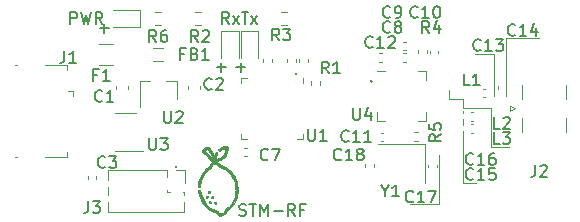
<source format=gto>
%TF.GenerationSoftware,KiCad,Pcbnew,(5.1.12)-1*%
%TF.CreationDate,2022-02-05T21:00:18-05:00*%
%TF.ProjectId,usb-rf,7573622d-7266-42e6-9b69-6361645f7063,rev?*%
%TF.SameCoordinates,Original*%
%TF.FileFunction,Legend,Top*%
%TF.FilePolarity,Positive*%
%FSLAX46Y46*%
G04 Gerber Fmt 4.6, Leading zero omitted, Abs format (unit mm)*
G04 Created by KiCad (PCBNEW (5.1.12)-1) date 2022-02-05 21:00:18*
%MOMM*%
%LPD*%
G01*
G04 APERTURE LIST*
%ADD10C,0.150000*%
%ADD11C,0.120000*%
%ADD12C,0.010000*%
%ADD13C,1.270000*%
%ADD14R,3.600000X1.270000*%
%ADD15R,4.200000X1.350000*%
%ADD16R,1.900000X1.200000*%
%ADD17O,1.900000X1.200000*%
%ADD18R,1.900000X1.500000*%
%ADD19C,1.450000*%
%ADD20R,1.350000X0.400000*%
%ADD21R,3.450000X3.450000*%
%ADD22O,1.000000X1.000000*%
%ADD23R,1.000000X1.000000*%
%ADD24C,4.400000*%
%ADD25R,1.400000X1.200000*%
%ADD26R,2.500000X2.500000*%
%ADD27R,1.060000X0.650000*%
%ADD28R,0.800000X0.900000*%
G04 APERTURE END LIST*
D10*
X133477047Y-78303428D02*
X134238952Y-78303428D01*
X133858000Y-78684380D02*
X133858000Y-77922476D01*
X135128047Y-78303428D02*
X135889952Y-78303428D01*
X135509000Y-78684380D02*
X135509000Y-77922476D01*
X123571047Y-75001428D02*
X124332952Y-75001428D01*
X123952000Y-75382380D02*
X123952000Y-74620476D01*
D11*
X153162000Y-80264000D02*
X153162000Y-81026000D01*
X153162000Y-81026000D02*
X154305000Y-81026000D01*
X154305000Y-81026000D02*
X154305000Y-81788000D01*
X156718000Y-81788000D02*
X154305000Y-81788000D01*
X156972000Y-77216000D02*
X155321000Y-77216000D01*
X156972000Y-80772000D02*
X156972000Y-77216000D01*
X157988000Y-75819000D02*
X157988000Y-76200000D01*
X160782000Y-75819000D02*
X157988000Y-75819000D01*
X152273000Y-89916000D02*
X149860000Y-89916000D01*
X152273000Y-85725000D02*
X152273000Y-89916000D01*
X155448000Y-88138000D02*
X154305000Y-88138000D01*
X154305000Y-82042000D02*
X154305000Y-88138000D01*
X156718000Y-85090000D02*
X158242000Y-85090000D01*
X156718000Y-81788000D02*
X156718000Y-85090000D01*
X157988000Y-78740000D02*
X157988000Y-80772000D01*
X157988000Y-78740000D02*
X157988000Y-76200000D01*
D10*
X135390285Y-90828761D02*
X135533142Y-90876380D01*
X135771238Y-90876380D01*
X135866476Y-90828761D01*
X135914095Y-90781142D01*
X135961714Y-90685904D01*
X135961714Y-90590666D01*
X135914095Y-90495428D01*
X135866476Y-90447809D01*
X135771238Y-90400190D01*
X135580761Y-90352571D01*
X135485523Y-90304952D01*
X135437904Y-90257333D01*
X135390285Y-90162095D01*
X135390285Y-90066857D01*
X135437904Y-89971619D01*
X135485523Y-89924000D01*
X135580761Y-89876380D01*
X135818857Y-89876380D01*
X135961714Y-89924000D01*
X136247428Y-89876380D02*
X136818857Y-89876380D01*
X136533142Y-90876380D02*
X136533142Y-89876380D01*
X137152190Y-90876380D02*
X137152190Y-89876380D01*
X137485523Y-90590666D01*
X137818857Y-89876380D01*
X137818857Y-90876380D01*
X138295047Y-90495428D02*
X139056952Y-90495428D01*
X140104571Y-90876380D02*
X139771238Y-90400190D01*
X139533142Y-90876380D02*
X139533142Y-89876380D01*
X139914095Y-89876380D01*
X140009333Y-89924000D01*
X140056952Y-89971619D01*
X140104571Y-90066857D01*
X140104571Y-90209714D01*
X140056952Y-90304952D01*
X140009333Y-90352571D01*
X139914095Y-90400190D01*
X139533142Y-90400190D01*
X140866476Y-90352571D02*
X140533142Y-90352571D01*
X140533142Y-90876380D02*
X140533142Y-89876380D01*
X141009333Y-89876380D01*
D11*
X146658000Y-79502000D02*
G75*
G03*
X146658000Y-79502000I-100000J0D01*
G01*
X140308000Y-78867000D02*
G75*
G03*
X140308000Y-78867000I-100000J0D01*
G01*
X130148000Y-86741000D02*
G75*
G03*
X130148000Y-86741000I-100000J0D01*
G01*
X159326000Y-80948000D02*
X159326000Y-79838000D01*
X159326000Y-83738000D02*
X159326000Y-82628000D01*
X163036000Y-80948000D02*
X163036000Y-79838000D01*
X163036000Y-83738000D02*
X163036000Y-82628000D01*
X158776000Y-81788000D02*
X158276000Y-81538000D01*
X158276000Y-81538000D02*
X158276000Y-82038000D01*
X158276000Y-82038000D02*
X158776000Y-81788000D01*
X120762500Y-78100000D02*
X120762500Y-78550000D01*
X118912500Y-78100000D02*
X120762500Y-78100000D01*
X116362500Y-85900000D02*
X116612500Y-85900000D01*
X116362500Y-78100000D02*
X116612500Y-78100000D01*
X118912500Y-85900000D02*
X120762500Y-85900000D01*
X120762500Y-85900000D02*
X120762500Y-85450000D01*
X121312500Y-80300000D02*
X121312500Y-80750000D01*
X121312500Y-80300000D02*
X120862500Y-80300000D01*
X140786000Y-79653000D02*
X140786000Y-79178000D01*
X135566000Y-84398000D02*
X136041000Y-84398000D01*
X135566000Y-83923000D02*
X135566000Y-84398000D01*
X135566000Y-79178000D02*
X136041000Y-79178000D01*
X135566000Y-79653000D02*
X135566000Y-79178000D01*
X140786000Y-84398000D02*
X140311000Y-84398000D01*
X140786000Y-83923000D02*
X140786000Y-84398000D01*
D12*
G36*
X134313965Y-84962215D02*
G01*
X134361147Y-84991034D01*
X134395291Y-85033116D01*
X134395931Y-85034337D01*
X134404658Y-85055225D01*
X134409654Y-85079976D01*
X134411312Y-85113927D01*
X134410027Y-85162414D01*
X134408082Y-85199370D01*
X134389012Y-85365677D01*
X134352021Y-85520942D01*
X134297728Y-85663860D01*
X134226754Y-85793124D01*
X134139718Y-85907427D01*
X134037240Y-86005461D01*
X134018753Y-86020088D01*
X133928290Y-86079742D01*
X133822151Y-86133352D01*
X133707525Y-86178092D01*
X133591603Y-86211137D01*
X133486750Y-86229133D01*
X133438953Y-86235766D01*
X133410905Y-86244374D01*
X133399266Y-86256735D01*
X133400693Y-86274625D01*
X133400768Y-86274854D01*
X133417428Y-86292767D01*
X133454084Y-86310639D01*
X133472546Y-86317023D01*
X133538919Y-86344119D01*
X133600512Y-86382987D01*
X133660939Y-86436561D01*
X133723816Y-86507776D01*
X133751860Y-86543698D01*
X133790567Y-86576844D01*
X133826906Y-86591592D01*
X134010391Y-86651792D01*
X134185886Y-86733081D01*
X134352284Y-86834508D01*
X134508479Y-86955120D01*
X134653364Y-87093966D01*
X134785833Y-87250093D01*
X134904778Y-87422550D01*
X135007367Y-87606909D01*
X135099504Y-87817806D01*
X135171276Y-88037749D01*
X135222132Y-88263980D01*
X135251516Y-88493743D01*
X135258876Y-88724279D01*
X135254286Y-88836500D01*
X135246258Y-88940379D01*
X135236192Y-89029880D01*
X135222771Y-89113704D01*
X135204674Y-89200553D01*
X135189548Y-89263681D01*
X135128137Y-89466713D01*
X135048215Y-89658106D01*
X134950583Y-89836686D01*
X134836041Y-90001281D01*
X134705390Y-90150715D01*
X134559431Y-90283815D01*
X134427479Y-90380879D01*
X134379545Y-90413322D01*
X134347270Y-90437481D01*
X134326731Y-90457306D01*
X134314004Y-90476749D01*
X134305165Y-90499758D01*
X134303294Y-90505886D01*
X134262267Y-90607289D01*
X134204978Y-90693623D01*
X134133206Y-90763549D01*
X134048726Y-90815730D01*
X133953316Y-90848829D01*
X133848752Y-90861507D01*
X133830807Y-90861545D01*
X133783851Y-90859726D01*
X133741372Y-90856118D01*
X133713682Y-90851725D01*
X133630605Y-90820373D01*
X133550727Y-90770461D01*
X133480052Y-90706350D01*
X133435492Y-90649765D01*
X133418521Y-90624775D01*
X133403210Y-90605948D01*
X133385570Y-90591061D01*
X133361612Y-90577893D01*
X133327347Y-90564220D01*
X133278786Y-90547820D01*
X133217227Y-90528150D01*
X133054730Y-90464913D01*
X132896127Y-90380403D01*
X132743491Y-90276366D01*
X132598895Y-90154549D01*
X132464411Y-90016697D01*
X132342114Y-89864557D01*
X132234305Y-89700263D01*
X132128300Y-89499080D01*
X132041750Y-89289681D01*
X131975816Y-89075329D01*
X131931664Y-88859291D01*
X131929560Y-88845159D01*
X131923138Y-88796578D01*
X131921171Y-88764583D01*
X131923903Y-88743054D01*
X131931577Y-88725873D01*
X131934500Y-88721229D01*
X131964186Y-88693494D01*
X132001606Y-88681912D01*
X132039781Y-88686346D01*
X132071733Y-88706664D01*
X132083895Y-88724099D01*
X132093222Y-88750633D01*
X132103388Y-88791922D01*
X132112427Y-88839801D01*
X132113716Y-88848045D01*
X132151740Y-89034354D01*
X132208584Y-89220259D01*
X132282418Y-89402083D01*
X132371412Y-89576153D01*
X132473737Y-89738791D01*
X132587563Y-89886324D01*
X132679810Y-89985272D01*
X132801814Y-90095724D01*
X132925304Y-90187347D01*
X133055869Y-90263520D01*
X133199095Y-90327627D01*
X133311698Y-90367725D01*
X133387279Y-90393548D01*
X133444736Y-90416878D01*
X133488435Y-90440442D01*
X133522747Y-90466967D01*
X133552038Y-90499183D01*
X133576067Y-90532799D01*
X133630191Y-90600045D01*
X133690109Y-90645908D01*
X133758364Y-90671866D01*
X133828364Y-90679426D01*
X133912575Y-90669813D01*
X133988546Y-90640644D01*
X134050086Y-90595586D01*
X134071585Y-90571959D01*
X134090111Y-90543870D01*
X134108313Y-90506222D01*
X134128843Y-90453915D01*
X134140416Y-90421780D01*
X134158130Y-90379135D01*
X134180217Y-90343867D01*
X134210867Y-90311461D01*
X134254271Y-90277399D01*
X134307502Y-90241726D01*
X134412522Y-90169692D01*
X134502394Y-90097374D01*
X134584328Y-90018713D01*
X134623991Y-89975762D01*
X134742336Y-89825974D01*
X134843201Y-89662666D01*
X134926385Y-89487635D01*
X134991687Y-89302679D01*
X135038908Y-89109595D01*
X135067847Y-88910180D01*
X135078304Y-88706230D01*
X135070077Y-88499543D01*
X135042966Y-88291916D01*
X134996772Y-88085146D01*
X134931293Y-87881030D01*
X134873425Y-87739681D01*
X134801404Y-87598562D01*
X134712608Y-87456606D01*
X134611979Y-87320830D01*
X134504457Y-87198249D01*
X134462614Y-87156390D01*
X134334337Y-87043621D01*
X134203101Y-86950315D01*
X134063426Y-86873194D01*
X133909835Y-86808977D01*
X133845087Y-86786757D01*
X133773446Y-86762912D01*
X133720132Y-86743348D01*
X133681275Y-86725984D01*
X133653005Y-86708739D01*
X133631450Y-86689533D01*
X133612742Y-86666283D01*
X133607739Y-86659133D01*
X133562835Y-86597904D01*
X133522836Y-86553630D01*
X133483439Y-86522087D01*
X133448220Y-86502601D01*
X133373835Y-86479828D01*
X133295677Y-86476749D01*
X133219265Y-86492513D01*
X133150114Y-86526267D01*
X133115174Y-86554066D01*
X133085918Y-86586726D01*
X133061444Y-86626660D01*
X133038319Y-86680041D01*
X133025927Y-86714462D01*
X133006948Y-86762558D01*
X132984500Y-86801719D01*
X132954467Y-86836562D01*
X132912738Y-86871705D01*
X132855199Y-86911768D01*
X132843189Y-86919634D01*
X132691590Y-87031868D01*
X132555589Y-87160702D01*
X132435685Y-87305265D01*
X132332374Y-87464687D01*
X132246156Y-87638098D01*
X132177529Y-87824626D01*
X132126991Y-88023403D01*
X132095994Y-88224590D01*
X132088716Y-88285389D01*
X132080921Y-88339724D01*
X132073427Y-88382553D01*
X132067048Y-88408834D01*
X132065586Y-88412516D01*
X132041306Y-88438409D01*
X132005361Y-88450762D01*
X131965390Y-88448706D01*
X131929032Y-88431370D01*
X131925531Y-88428449D01*
X131916386Y-88418381D01*
X131910620Y-88404600D01*
X131907823Y-88382714D01*
X131907582Y-88348332D01*
X131909486Y-88297065D01*
X131910760Y-88270772D01*
X131931926Y-88070713D01*
X131974663Y-87870737D01*
X132037674Y-87674123D01*
X132119661Y-87484149D01*
X132219326Y-87304090D01*
X132335371Y-87137226D01*
X132382669Y-87078932D01*
X132454929Y-86998702D01*
X132529482Y-86927281D01*
X132612704Y-86859036D01*
X132710967Y-86788338D01*
X132713685Y-86786481D01*
X132772937Y-86743869D01*
X132813602Y-86709280D01*
X132837905Y-86680730D01*
X132843326Y-86671026D01*
X132876705Y-86600714D01*
X132903111Y-86547628D01*
X132924939Y-86507888D01*
X132944586Y-86477616D01*
X132964446Y-86452932D01*
X132986914Y-86429956D01*
X132999307Y-86418417D01*
X133061744Y-86361352D01*
X133003110Y-86262083D01*
X132930673Y-86149808D01*
X132846254Y-86036465D01*
X132753704Y-85926307D01*
X132656873Y-85823587D01*
X132559612Y-85732556D01*
X132465770Y-85657469D01*
X132438444Y-85638409D01*
X132391790Y-85605398D01*
X132345732Y-85569968D01*
X132308811Y-85538749D01*
X132302793Y-85533132D01*
X132274613Y-85504366D01*
X132259767Y-85481463D01*
X132254037Y-85455281D01*
X132253182Y-85425578D01*
X132253982Y-85413056D01*
X132438010Y-85413056D01*
X132447023Y-85421802D01*
X132470616Y-85439122D01*
X132503787Y-85461352D01*
X132505612Y-85462530D01*
X132617038Y-85542830D01*
X132731147Y-85640700D01*
X132843765Y-85751661D01*
X132950719Y-85871232D01*
X133047836Y-85994936D01*
X133130944Y-86118290D01*
X133156113Y-86160840D01*
X133174857Y-86192808D01*
X133188828Y-86214772D01*
X133194345Y-86221454D01*
X133192968Y-86211358D01*
X133185908Y-86184622D01*
X133174596Y-86146572D01*
X133171848Y-86137750D01*
X133113125Y-85971230D01*
X133040181Y-85798413D01*
X132956640Y-85627658D01*
X132926472Y-85571569D01*
X132897690Y-85521128D01*
X132863126Y-85463313D01*
X132825405Y-85402220D01*
X132787149Y-85341945D01*
X132750984Y-85286586D01*
X132719532Y-85240238D01*
X132695418Y-85206998D01*
X132684789Y-85194223D01*
X132676519Y-85189258D01*
X132664951Y-85191578D01*
X132647339Y-85203229D01*
X132620936Y-85226254D01*
X132582996Y-85262699D01*
X132553266Y-85292143D01*
X132511846Y-85333815D01*
X132477034Y-85369618D01*
X132451770Y-85396467D01*
X132438990Y-85411282D01*
X132438010Y-85413056D01*
X132253982Y-85413056D01*
X132255733Y-85385688D01*
X132262217Y-85351891D01*
X132266597Y-85340354D01*
X132282339Y-85318175D01*
X132311207Y-85284041D01*
X132349480Y-85241790D01*
X132393434Y-85195258D01*
X132439348Y-85148281D01*
X132483501Y-85104697D01*
X132522171Y-85068341D01*
X132551634Y-85043050D01*
X132562615Y-85035218D01*
X132615661Y-85014872D01*
X132676902Y-85009571D01*
X132736779Y-85019595D01*
X132761182Y-85029404D01*
X132793113Y-85053236D01*
X132832950Y-85095708D01*
X132879095Y-85154419D01*
X132929949Y-85226964D01*
X132983914Y-85310939D01*
X133039390Y-85403943D01*
X133094780Y-85503571D01*
X133148484Y-85607421D01*
X133156659Y-85623953D01*
X133191627Y-85694041D01*
X133218127Y-85744421D01*
X133237068Y-85776487D01*
X133249357Y-85791633D01*
X133255903Y-85791252D01*
X133257636Y-85778805D01*
X133263035Y-85760071D01*
X133277374Y-85726770D01*
X133297871Y-85684225D01*
X133321741Y-85637760D01*
X133346200Y-85592702D01*
X133368465Y-85554373D01*
X133385750Y-85528100D01*
X133392918Y-85520068D01*
X133427532Y-85506879D01*
X133465708Y-85511029D01*
X133500751Y-85529169D01*
X133525965Y-85557950D01*
X133534727Y-85591004D01*
X133529649Y-85613457D01*
X133516010Y-85650161D01*
X133496206Y-85695039D01*
X133483344Y-85721415D01*
X133448617Y-85797274D01*
X133415351Y-85882583D01*
X133387222Y-85967259D01*
X133369501Y-86033840D01*
X133368674Y-86047959D01*
X133375728Y-86056457D01*
X133393631Y-86059382D01*
X133425348Y-86056786D01*
X133473846Y-86048716D01*
X133535315Y-86036607D01*
X133644745Y-86009220D01*
X133740455Y-85973213D01*
X133831275Y-85924917D01*
X133879663Y-85893619D01*
X133972357Y-85816800D01*
X134052774Y-85722225D01*
X134119570Y-85612477D01*
X134171404Y-85490138D01*
X134206933Y-85357789D01*
X134223920Y-85231431D01*
X134226373Y-85187877D01*
X134226844Y-85154785D01*
X134225311Y-85137504D01*
X134224317Y-85136181D01*
X134207566Y-85140210D01*
X134174926Y-85150924D01*
X134131880Y-85166270D01*
X134083910Y-85184192D01*
X134036499Y-85202634D01*
X133995131Y-85219542D01*
X133965287Y-85232861D01*
X133961909Y-85234541D01*
X133927682Y-85253691D01*
X133882874Y-85281067D01*
X133835759Y-85311571D01*
X133823508Y-85319823D01*
X133763025Y-85356543D01*
X133715002Y-85375126D01*
X133677635Y-85375593D01*
X133649121Y-85357968D01*
X133627655Y-85322271D01*
X133627631Y-85322212D01*
X133620528Y-85289143D01*
X133628976Y-85257145D01*
X133654709Y-85223461D01*
X133699459Y-85185330D01*
X133725348Y-85166623D01*
X133795461Y-85122265D01*
X133875281Y-85079310D01*
X133960104Y-85039644D01*
X134045230Y-85005154D01*
X134125956Y-84977725D01*
X134197581Y-84959244D01*
X134255403Y-84951597D01*
X134261592Y-84951497D01*
X134313965Y-84962215D01*
G37*
X134313965Y-84962215D02*
X134361147Y-84991034D01*
X134395291Y-85033116D01*
X134395931Y-85034337D01*
X134404658Y-85055225D01*
X134409654Y-85079976D01*
X134411312Y-85113927D01*
X134410027Y-85162414D01*
X134408082Y-85199370D01*
X134389012Y-85365677D01*
X134352021Y-85520942D01*
X134297728Y-85663860D01*
X134226754Y-85793124D01*
X134139718Y-85907427D01*
X134037240Y-86005461D01*
X134018753Y-86020088D01*
X133928290Y-86079742D01*
X133822151Y-86133352D01*
X133707525Y-86178092D01*
X133591603Y-86211137D01*
X133486750Y-86229133D01*
X133438953Y-86235766D01*
X133410905Y-86244374D01*
X133399266Y-86256735D01*
X133400693Y-86274625D01*
X133400768Y-86274854D01*
X133417428Y-86292767D01*
X133454084Y-86310639D01*
X133472546Y-86317023D01*
X133538919Y-86344119D01*
X133600512Y-86382987D01*
X133660939Y-86436561D01*
X133723816Y-86507776D01*
X133751860Y-86543698D01*
X133790567Y-86576844D01*
X133826906Y-86591592D01*
X134010391Y-86651792D01*
X134185886Y-86733081D01*
X134352284Y-86834508D01*
X134508479Y-86955120D01*
X134653364Y-87093966D01*
X134785833Y-87250093D01*
X134904778Y-87422550D01*
X135007367Y-87606909D01*
X135099504Y-87817806D01*
X135171276Y-88037749D01*
X135222132Y-88263980D01*
X135251516Y-88493743D01*
X135258876Y-88724279D01*
X135254286Y-88836500D01*
X135246258Y-88940379D01*
X135236192Y-89029880D01*
X135222771Y-89113704D01*
X135204674Y-89200553D01*
X135189548Y-89263681D01*
X135128137Y-89466713D01*
X135048215Y-89658106D01*
X134950583Y-89836686D01*
X134836041Y-90001281D01*
X134705390Y-90150715D01*
X134559431Y-90283815D01*
X134427479Y-90380879D01*
X134379545Y-90413322D01*
X134347270Y-90437481D01*
X134326731Y-90457306D01*
X134314004Y-90476749D01*
X134305165Y-90499758D01*
X134303294Y-90505886D01*
X134262267Y-90607289D01*
X134204978Y-90693623D01*
X134133206Y-90763549D01*
X134048726Y-90815730D01*
X133953316Y-90848829D01*
X133848752Y-90861507D01*
X133830807Y-90861545D01*
X133783851Y-90859726D01*
X133741372Y-90856118D01*
X133713682Y-90851725D01*
X133630605Y-90820373D01*
X133550727Y-90770461D01*
X133480052Y-90706350D01*
X133435492Y-90649765D01*
X133418521Y-90624775D01*
X133403210Y-90605948D01*
X133385570Y-90591061D01*
X133361612Y-90577893D01*
X133327347Y-90564220D01*
X133278786Y-90547820D01*
X133217227Y-90528150D01*
X133054730Y-90464913D01*
X132896127Y-90380403D01*
X132743491Y-90276366D01*
X132598895Y-90154549D01*
X132464411Y-90016697D01*
X132342114Y-89864557D01*
X132234305Y-89700263D01*
X132128300Y-89499080D01*
X132041750Y-89289681D01*
X131975816Y-89075329D01*
X131931664Y-88859291D01*
X131929560Y-88845159D01*
X131923138Y-88796578D01*
X131921171Y-88764583D01*
X131923903Y-88743054D01*
X131931577Y-88725873D01*
X131934500Y-88721229D01*
X131964186Y-88693494D01*
X132001606Y-88681912D01*
X132039781Y-88686346D01*
X132071733Y-88706664D01*
X132083895Y-88724099D01*
X132093222Y-88750633D01*
X132103388Y-88791922D01*
X132112427Y-88839801D01*
X132113716Y-88848045D01*
X132151740Y-89034354D01*
X132208584Y-89220259D01*
X132282418Y-89402083D01*
X132371412Y-89576153D01*
X132473737Y-89738791D01*
X132587563Y-89886324D01*
X132679810Y-89985272D01*
X132801814Y-90095724D01*
X132925304Y-90187347D01*
X133055869Y-90263520D01*
X133199095Y-90327627D01*
X133311698Y-90367725D01*
X133387279Y-90393548D01*
X133444736Y-90416878D01*
X133488435Y-90440442D01*
X133522747Y-90466967D01*
X133552038Y-90499183D01*
X133576067Y-90532799D01*
X133630191Y-90600045D01*
X133690109Y-90645908D01*
X133758364Y-90671866D01*
X133828364Y-90679426D01*
X133912575Y-90669813D01*
X133988546Y-90640644D01*
X134050086Y-90595586D01*
X134071585Y-90571959D01*
X134090111Y-90543870D01*
X134108313Y-90506222D01*
X134128843Y-90453915D01*
X134140416Y-90421780D01*
X134158130Y-90379135D01*
X134180217Y-90343867D01*
X134210867Y-90311461D01*
X134254271Y-90277399D01*
X134307502Y-90241726D01*
X134412522Y-90169692D01*
X134502394Y-90097374D01*
X134584328Y-90018713D01*
X134623991Y-89975762D01*
X134742336Y-89825974D01*
X134843201Y-89662666D01*
X134926385Y-89487635D01*
X134991687Y-89302679D01*
X135038908Y-89109595D01*
X135067847Y-88910180D01*
X135078304Y-88706230D01*
X135070077Y-88499543D01*
X135042966Y-88291916D01*
X134996772Y-88085146D01*
X134931293Y-87881030D01*
X134873425Y-87739681D01*
X134801404Y-87598562D01*
X134712608Y-87456606D01*
X134611979Y-87320830D01*
X134504457Y-87198249D01*
X134462614Y-87156390D01*
X134334337Y-87043621D01*
X134203101Y-86950315D01*
X134063426Y-86873194D01*
X133909835Y-86808977D01*
X133845087Y-86786757D01*
X133773446Y-86762912D01*
X133720132Y-86743348D01*
X133681275Y-86725984D01*
X133653005Y-86708739D01*
X133631450Y-86689533D01*
X133612742Y-86666283D01*
X133607739Y-86659133D01*
X133562835Y-86597904D01*
X133522836Y-86553630D01*
X133483439Y-86522087D01*
X133448220Y-86502601D01*
X133373835Y-86479828D01*
X133295677Y-86476749D01*
X133219265Y-86492513D01*
X133150114Y-86526267D01*
X133115174Y-86554066D01*
X133085918Y-86586726D01*
X133061444Y-86626660D01*
X133038319Y-86680041D01*
X133025927Y-86714462D01*
X133006948Y-86762558D01*
X132984500Y-86801719D01*
X132954467Y-86836562D01*
X132912738Y-86871705D01*
X132855199Y-86911768D01*
X132843189Y-86919634D01*
X132691590Y-87031868D01*
X132555589Y-87160702D01*
X132435685Y-87305265D01*
X132332374Y-87464687D01*
X132246156Y-87638098D01*
X132177529Y-87824626D01*
X132126991Y-88023403D01*
X132095994Y-88224590D01*
X132088716Y-88285389D01*
X132080921Y-88339724D01*
X132073427Y-88382553D01*
X132067048Y-88408834D01*
X132065586Y-88412516D01*
X132041306Y-88438409D01*
X132005361Y-88450762D01*
X131965390Y-88448706D01*
X131929032Y-88431370D01*
X131925531Y-88428449D01*
X131916386Y-88418381D01*
X131910620Y-88404600D01*
X131907823Y-88382714D01*
X131907582Y-88348332D01*
X131909486Y-88297065D01*
X131910760Y-88270772D01*
X131931926Y-88070713D01*
X131974663Y-87870737D01*
X132037674Y-87674123D01*
X132119661Y-87484149D01*
X132219326Y-87304090D01*
X132335371Y-87137226D01*
X132382669Y-87078932D01*
X132454929Y-86998702D01*
X132529482Y-86927281D01*
X132612704Y-86859036D01*
X132710967Y-86788338D01*
X132713685Y-86786481D01*
X132772937Y-86743869D01*
X132813602Y-86709280D01*
X132837905Y-86680730D01*
X132843326Y-86671026D01*
X132876705Y-86600714D01*
X132903111Y-86547628D01*
X132924939Y-86507888D01*
X132944586Y-86477616D01*
X132964446Y-86452932D01*
X132986914Y-86429956D01*
X132999307Y-86418417D01*
X133061744Y-86361352D01*
X133003110Y-86262083D01*
X132930673Y-86149808D01*
X132846254Y-86036465D01*
X132753704Y-85926307D01*
X132656873Y-85823587D01*
X132559612Y-85732556D01*
X132465770Y-85657469D01*
X132438444Y-85638409D01*
X132391790Y-85605398D01*
X132345732Y-85569968D01*
X132308811Y-85538749D01*
X132302793Y-85533132D01*
X132274613Y-85504366D01*
X132259767Y-85481463D01*
X132254037Y-85455281D01*
X132253182Y-85425578D01*
X132253982Y-85413056D01*
X132438010Y-85413056D01*
X132447023Y-85421802D01*
X132470616Y-85439122D01*
X132503787Y-85461352D01*
X132505612Y-85462530D01*
X132617038Y-85542830D01*
X132731147Y-85640700D01*
X132843765Y-85751661D01*
X132950719Y-85871232D01*
X133047836Y-85994936D01*
X133130944Y-86118290D01*
X133156113Y-86160840D01*
X133174857Y-86192808D01*
X133188828Y-86214772D01*
X133194345Y-86221454D01*
X133192968Y-86211358D01*
X133185908Y-86184622D01*
X133174596Y-86146572D01*
X133171848Y-86137750D01*
X133113125Y-85971230D01*
X133040181Y-85798413D01*
X132956640Y-85627658D01*
X132926472Y-85571569D01*
X132897690Y-85521128D01*
X132863126Y-85463313D01*
X132825405Y-85402220D01*
X132787149Y-85341945D01*
X132750984Y-85286586D01*
X132719532Y-85240238D01*
X132695418Y-85206998D01*
X132684789Y-85194223D01*
X132676519Y-85189258D01*
X132664951Y-85191578D01*
X132647339Y-85203229D01*
X132620936Y-85226254D01*
X132582996Y-85262699D01*
X132553266Y-85292143D01*
X132511846Y-85333815D01*
X132477034Y-85369618D01*
X132451770Y-85396467D01*
X132438990Y-85411282D01*
X132438010Y-85413056D01*
X132253982Y-85413056D01*
X132255733Y-85385688D01*
X132262217Y-85351891D01*
X132266597Y-85340354D01*
X132282339Y-85318175D01*
X132311207Y-85284041D01*
X132349480Y-85241790D01*
X132393434Y-85195258D01*
X132439348Y-85148281D01*
X132483501Y-85104697D01*
X132522171Y-85068341D01*
X132551634Y-85043050D01*
X132562615Y-85035218D01*
X132615661Y-85014872D01*
X132676902Y-85009571D01*
X132736779Y-85019595D01*
X132761182Y-85029404D01*
X132793113Y-85053236D01*
X132832950Y-85095708D01*
X132879095Y-85154419D01*
X132929949Y-85226964D01*
X132983914Y-85310939D01*
X133039390Y-85403943D01*
X133094780Y-85503571D01*
X133148484Y-85607421D01*
X133156659Y-85623953D01*
X133191627Y-85694041D01*
X133218127Y-85744421D01*
X133237068Y-85776487D01*
X133249357Y-85791633D01*
X133255903Y-85791252D01*
X133257636Y-85778805D01*
X133263035Y-85760071D01*
X133277374Y-85726770D01*
X133297871Y-85684225D01*
X133321741Y-85637760D01*
X133346200Y-85592702D01*
X133368465Y-85554373D01*
X133385750Y-85528100D01*
X133392918Y-85520068D01*
X133427532Y-85506879D01*
X133465708Y-85511029D01*
X133500751Y-85529169D01*
X133525965Y-85557950D01*
X133534727Y-85591004D01*
X133529649Y-85613457D01*
X133516010Y-85650161D01*
X133496206Y-85695039D01*
X133483344Y-85721415D01*
X133448617Y-85797274D01*
X133415351Y-85882583D01*
X133387222Y-85967259D01*
X133369501Y-86033840D01*
X133368674Y-86047959D01*
X133375728Y-86056457D01*
X133393631Y-86059382D01*
X133425348Y-86056786D01*
X133473846Y-86048716D01*
X133535315Y-86036607D01*
X133644745Y-86009220D01*
X133740455Y-85973213D01*
X133831275Y-85924917D01*
X133879663Y-85893619D01*
X133972357Y-85816800D01*
X134052774Y-85722225D01*
X134119570Y-85612477D01*
X134171404Y-85490138D01*
X134206933Y-85357789D01*
X134223920Y-85231431D01*
X134226373Y-85187877D01*
X134226844Y-85154785D01*
X134225311Y-85137504D01*
X134224317Y-85136181D01*
X134207566Y-85140210D01*
X134174926Y-85150924D01*
X134131880Y-85166270D01*
X134083910Y-85184192D01*
X134036499Y-85202634D01*
X133995131Y-85219542D01*
X133965287Y-85232861D01*
X133961909Y-85234541D01*
X133927682Y-85253691D01*
X133882874Y-85281067D01*
X133835759Y-85311571D01*
X133823508Y-85319823D01*
X133763025Y-85356543D01*
X133715002Y-85375126D01*
X133677635Y-85375593D01*
X133649121Y-85357968D01*
X133627655Y-85322271D01*
X133627631Y-85322212D01*
X133620528Y-85289143D01*
X133628976Y-85257145D01*
X133654709Y-85223461D01*
X133699459Y-85185330D01*
X133725348Y-85166623D01*
X133795461Y-85122265D01*
X133875281Y-85079310D01*
X133960104Y-85039644D01*
X134045230Y-85005154D01*
X134125956Y-84977725D01*
X134197581Y-84959244D01*
X134255403Y-84951597D01*
X134261592Y-84951497D01*
X134313965Y-84962215D01*
G36*
X133389438Y-89674858D02*
G01*
X133428481Y-89695806D01*
X133450328Y-89728127D01*
X133453610Y-89766379D01*
X133436955Y-89805122D01*
X133425570Y-89818388D01*
X133388595Y-89841942D01*
X133349163Y-89844730D01*
X133312782Y-89826678D01*
X133305831Y-89820005D01*
X133284009Y-89783402D01*
X133280835Y-89745269D01*
X133293430Y-89710602D01*
X133318918Y-89684395D01*
X133354421Y-89671643D01*
X133389438Y-89674858D01*
G37*
X133389438Y-89674858D02*
X133428481Y-89695806D01*
X133450328Y-89728127D01*
X133453610Y-89766379D01*
X133436955Y-89805122D01*
X133425570Y-89818388D01*
X133388595Y-89841942D01*
X133349163Y-89844730D01*
X133312782Y-89826678D01*
X133305831Y-89820005D01*
X133284009Y-89783402D01*
X133280835Y-89745269D01*
X133293430Y-89710602D01*
X133318918Y-89684395D01*
X133354421Y-89671643D01*
X133389438Y-89674858D01*
G36*
X132910141Y-89653242D02*
G01*
X132946310Y-89672656D01*
X132965938Y-89706649D01*
X132969000Y-89731797D01*
X132959571Y-89771709D01*
X132935130Y-89801500D01*
X132901446Y-89818635D01*
X132864286Y-89820576D01*
X132829420Y-89804786D01*
X132820922Y-89796914D01*
X132801587Y-89763214D01*
X132797584Y-89725135D01*
X132807213Y-89689188D01*
X132828775Y-89661881D01*
X132859318Y-89649819D01*
X132910141Y-89653242D01*
G37*
X132910141Y-89653242D02*
X132946310Y-89672656D01*
X132965938Y-89706649D01*
X132969000Y-89731797D01*
X132959571Y-89771709D01*
X132935130Y-89801500D01*
X132901446Y-89818635D01*
X132864286Y-89820576D01*
X132829420Y-89804786D01*
X132820922Y-89796914D01*
X132801587Y-89763214D01*
X132797584Y-89725135D01*
X132807213Y-89689188D01*
X132828775Y-89661881D01*
X132859318Y-89649819D01*
X132910141Y-89653242D01*
G36*
X133157994Y-89226252D02*
G01*
X133185752Y-89253108D01*
X133199395Y-89290497D01*
X133199909Y-89299936D01*
X133190051Y-89338399D01*
X133164537Y-89366570D01*
X133129461Y-89381919D01*
X133090913Y-89381915D01*
X133054986Y-89364028D01*
X133051995Y-89361368D01*
X133031535Y-89328090D01*
X133027078Y-89287535D01*
X133038787Y-89249230D01*
X133049818Y-89234818D01*
X133084048Y-89214513D01*
X133122100Y-89212522D01*
X133157994Y-89226252D01*
G37*
X133157994Y-89226252D02*
X133185752Y-89253108D01*
X133199395Y-89290497D01*
X133199909Y-89299936D01*
X133190051Y-89338399D01*
X133164537Y-89366570D01*
X133129461Y-89381919D01*
X133090913Y-89381915D01*
X133054986Y-89364028D01*
X133051995Y-89361368D01*
X133031535Y-89328090D01*
X133027078Y-89287535D01*
X133038787Y-89249230D01*
X133049818Y-89234818D01*
X133084048Y-89214513D01*
X133122100Y-89212522D01*
X133157994Y-89226252D01*
G36*
X132690265Y-89187338D02*
G01*
X132718732Y-89213154D01*
X132735891Y-89247150D01*
X132738091Y-89263681D01*
X132731096Y-89290723D01*
X132714266Y-89319720D01*
X132714162Y-89319852D01*
X132681872Y-89343915D01*
X132641380Y-89350433D01*
X132600432Y-89338558D01*
X132591888Y-89333223D01*
X132566169Y-89302437D01*
X132559118Y-89262848D01*
X132570010Y-89224572D01*
X132591602Y-89194713D01*
X132621110Y-89180276D01*
X132657379Y-89177090D01*
X132690265Y-89187338D01*
G37*
X132690265Y-89187338D02*
X132718732Y-89213154D01*
X132735891Y-89247150D01*
X132738091Y-89263681D01*
X132731096Y-89290723D01*
X132714266Y-89319720D01*
X132714162Y-89319852D01*
X132681872Y-89343915D01*
X132641380Y-89350433D01*
X132600432Y-89338558D01*
X132591888Y-89333223D01*
X132566169Y-89302437D01*
X132559118Y-89262848D01*
X132570010Y-89224572D01*
X132591602Y-89194713D01*
X132621110Y-89180276D01*
X132657379Y-89177090D01*
X132690265Y-89187338D01*
G36*
X132884351Y-88771457D02*
G01*
X132916530Y-88798042D01*
X132933185Y-88836072D01*
X132934364Y-88850127D01*
X132924070Y-88883563D01*
X132897954Y-88912822D01*
X132863162Y-88931367D01*
X132842000Y-88934636D01*
X132801478Y-88923843D01*
X132777975Y-88906297D01*
X132755350Y-88870374D01*
X132752269Y-88832567D01*
X132766358Y-88798251D01*
X132795240Y-88772799D01*
X132836540Y-88761588D01*
X132842000Y-88761454D01*
X132884351Y-88771457D01*
G37*
X132884351Y-88771457D02*
X132916530Y-88798042D01*
X132933185Y-88836072D01*
X132934364Y-88850127D01*
X132924070Y-88883563D01*
X132897954Y-88912822D01*
X132863162Y-88931367D01*
X132842000Y-88934636D01*
X132801478Y-88923843D01*
X132777975Y-88906297D01*
X132755350Y-88870374D01*
X132752269Y-88832567D01*
X132766358Y-88798251D01*
X132795240Y-88772799D01*
X132836540Y-88761588D01*
X132842000Y-88761454D01*
X132884351Y-88771457D01*
D11*
X124676000Y-74903000D02*
X126961000Y-74903000D01*
X126961000Y-74903000D02*
X126961000Y-73433000D01*
X126961000Y-73433000D02*
X124676000Y-73433000D01*
X130808000Y-87008000D02*
X130808000Y-88138000D01*
X130048000Y-87008000D02*
X130808000Y-87008000D01*
X130743000Y-89715530D02*
X130743000Y-90538000D01*
X130743000Y-88898000D02*
X130743000Y-89100470D01*
X130611471Y-88898000D02*
X130743000Y-88898000D01*
X129341471Y-88898000D02*
X129484529Y-88898000D01*
X129288000Y-88701471D02*
X129288000Y-88844529D01*
X129288000Y-87008000D02*
X129288000Y-87574529D01*
X130743000Y-90538000D02*
X124273000Y-90538000D01*
X129288000Y-87008000D02*
X124273000Y-87008000D01*
X124273000Y-88445530D02*
X124273000Y-89100470D01*
X124273000Y-89715530D02*
X124273000Y-90538000D01*
X124273000Y-87008000D02*
X124273000Y-87830470D01*
X128761258Y-74690500D02*
X128286742Y-74690500D01*
X128761258Y-73645500D02*
X128286742Y-73645500D01*
X123473936Y-78126000D02*
X124678064Y-78126000D01*
X123473936Y-76306000D02*
X124678064Y-76306000D01*
X151120000Y-84834000D02*
X147120000Y-84834000D01*
X151120000Y-88134000D02*
X151120000Y-84834000D01*
X147735000Y-78624000D02*
X147010000Y-78624000D01*
X151230000Y-82844000D02*
X151230000Y-82119000D01*
X150505000Y-82844000D02*
X151230000Y-82844000D01*
X147010000Y-82844000D02*
X147010000Y-82119000D01*
X147735000Y-82844000D02*
X147010000Y-82844000D01*
X151230000Y-78624000D02*
X151230000Y-79349000D01*
X150505000Y-78624000D02*
X151230000Y-78624000D01*
X124830000Y-85430000D02*
X127280000Y-85430000D01*
X126630000Y-82210000D02*
X124830000Y-82210000D01*
X130104000Y-79504000D02*
X130104000Y-80964000D01*
X126944000Y-79504000D02*
X126944000Y-81664000D01*
X126944000Y-79504000D02*
X127874000Y-79504000D01*
X130104000Y-79504000D02*
X129174000Y-79504000D01*
X150523641Y-83821000D02*
X150216359Y-83821000D01*
X150523641Y-84581000D02*
X150216359Y-84581000D01*
X151250000Y-77127641D02*
X151250000Y-76820359D01*
X150490000Y-77127641D02*
X150490000Y-76820359D01*
X138954742Y-74690500D02*
X139429258Y-74690500D01*
X138954742Y-73645500D02*
X139429258Y-73645500D01*
X132126258Y-73645500D02*
X131651742Y-73645500D01*
X132126258Y-74690500D02*
X131651742Y-74690500D01*
X142239000Y-79782641D02*
X142239000Y-79475359D01*
X141479000Y-79782641D02*
X141479000Y-79475359D01*
X128923622Y-76656000D02*
X128124378Y-76656000D01*
X128923622Y-77776000D02*
X128124378Y-77776000D01*
X135536000Y-75223000D02*
X135536000Y-77508000D01*
X137006000Y-75223000D02*
X135536000Y-75223000D01*
X137006000Y-77508000D02*
X137006000Y-75223000D01*
X133885000Y-75223000D02*
X133885000Y-77508000D01*
X135355000Y-75223000D02*
X133885000Y-75223000D01*
X135355000Y-77508000D02*
X135355000Y-75223000D01*
X146071000Y-86506164D02*
X146071000Y-86721836D01*
X146791000Y-86506164D02*
X146791000Y-86721836D01*
X152125000Y-86749836D02*
X152125000Y-86534164D01*
X151405000Y-86749836D02*
X151405000Y-86534164D01*
X155207836Y-82124000D02*
X154992164Y-82124000D01*
X155207836Y-82844000D02*
X154992164Y-82844000D01*
X155207836Y-83124000D02*
X154992164Y-83124000D01*
X155207836Y-83844000D02*
X154992164Y-83844000D01*
X157260000Y-79896164D02*
X157260000Y-80111836D01*
X157980000Y-79896164D02*
X157980000Y-80111836D01*
X156207836Y-80124000D02*
X155992164Y-80124000D01*
X156207836Y-80844000D02*
X155992164Y-80844000D01*
X147477836Y-77124000D02*
X147262164Y-77124000D01*
X147477836Y-77844000D02*
X147262164Y-77844000D01*
X147367164Y-84561000D02*
X147582836Y-84561000D01*
X147367164Y-83841000D02*
X147582836Y-83841000D01*
X152230000Y-77111836D02*
X152230000Y-76896164D01*
X151510000Y-77111836D02*
X151510000Y-76896164D01*
X149262164Y-76844000D02*
X149477836Y-76844000D01*
X149262164Y-76124000D02*
X149477836Y-76124000D01*
X149262164Y-77844000D02*
X149477836Y-77844000D01*
X149262164Y-77124000D02*
X149477836Y-77124000D01*
X136025836Y-85111000D02*
X135810164Y-85111000D01*
X136025836Y-85831000D02*
X135810164Y-85831000D01*
X138155000Y-77831836D02*
X138155000Y-77616164D01*
X137435000Y-77831836D02*
X137435000Y-77616164D01*
X140187000Y-77831836D02*
X140187000Y-77616164D01*
X139467000Y-77831836D02*
X139467000Y-77616164D01*
X141203000Y-77831836D02*
X141203000Y-77616164D01*
X140483000Y-77831836D02*
X140483000Y-77616164D01*
X123296000Y-87737836D02*
X123296000Y-87522164D01*
X122576000Y-87737836D02*
X122576000Y-87522164D01*
X132082000Y-80137580D02*
X132082000Y-79856420D01*
X131062000Y-80137580D02*
X131062000Y-79856420D01*
X124966000Y-79856420D02*
X124966000Y-80137580D01*
X125986000Y-79856420D02*
X125986000Y-80137580D01*
D10*
X160448666Y-86574380D02*
X160448666Y-87288666D01*
X160401047Y-87431523D01*
X160305809Y-87526761D01*
X160162952Y-87574380D01*
X160067714Y-87574380D01*
X160877238Y-86669619D02*
X160924857Y-86622000D01*
X161020095Y-86574380D01*
X161258190Y-86574380D01*
X161353428Y-86622000D01*
X161401047Y-86669619D01*
X161448666Y-86764857D01*
X161448666Y-86860095D01*
X161401047Y-87002952D01*
X160829619Y-87574380D01*
X161448666Y-87574380D01*
X120570666Y-76922380D02*
X120570666Y-77636666D01*
X120523047Y-77779523D01*
X120427809Y-77874761D01*
X120284952Y-77922380D01*
X120189714Y-77922380D01*
X121570666Y-77922380D02*
X120999238Y-77922380D01*
X121284952Y-77922380D02*
X121284952Y-76922380D01*
X121189714Y-77065238D01*
X121094476Y-77160476D01*
X120999238Y-77208095D01*
X141224095Y-83526380D02*
X141224095Y-84335904D01*
X141271714Y-84431142D01*
X141319333Y-84478761D01*
X141414571Y-84526380D01*
X141605047Y-84526380D01*
X141700285Y-84478761D01*
X141747904Y-84431142D01*
X141795523Y-84335904D01*
X141795523Y-83526380D01*
X142795523Y-84526380D02*
X142224095Y-84526380D01*
X142509809Y-84526380D02*
X142509809Y-83526380D01*
X142414571Y-83669238D01*
X142319333Y-83764476D01*
X142224095Y-83812095D01*
X121094666Y-74620380D02*
X121094666Y-73620380D01*
X121475619Y-73620380D01*
X121570857Y-73668000D01*
X121618476Y-73715619D01*
X121666095Y-73810857D01*
X121666095Y-73953714D01*
X121618476Y-74048952D01*
X121570857Y-74096571D01*
X121475619Y-74144190D01*
X121094666Y-74144190D01*
X121999428Y-73620380D02*
X122237523Y-74620380D01*
X122428000Y-73906095D01*
X122618476Y-74620380D01*
X122856571Y-73620380D01*
X123808952Y-74620380D02*
X123475619Y-74144190D01*
X123237523Y-74620380D02*
X123237523Y-73620380D01*
X123618476Y-73620380D01*
X123713714Y-73668000D01*
X123761333Y-73715619D01*
X123808952Y-73810857D01*
X123808952Y-73953714D01*
X123761333Y-74048952D01*
X123713714Y-74096571D01*
X123618476Y-74144190D01*
X123237523Y-74144190D01*
X122602666Y-89622380D02*
X122602666Y-90336666D01*
X122555047Y-90479523D01*
X122459809Y-90574761D01*
X122316952Y-90622380D01*
X122221714Y-90622380D01*
X122983619Y-89622380D02*
X123602666Y-89622380D01*
X123269333Y-90003333D01*
X123412190Y-90003333D01*
X123507428Y-90050952D01*
X123555047Y-90098571D01*
X123602666Y-90193809D01*
X123602666Y-90431904D01*
X123555047Y-90527142D01*
X123507428Y-90574761D01*
X123412190Y-90622380D01*
X123126476Y-90622380D01*
X123031238Y-90574761D01*
X122983619Y-90527142D01*
X128357333Y-76144380D02*
X128024000Y-75668190D01*
X127785904Y-76144380D02*
X127785904Y-75144380D01*
X128166857Y-75144380D01*
X128262095Y-75192000D01*
X128309714Y-75239619D01*
X128357333Y-75334857D01*
X128357333Y-75477714D01*
X128309714Y-75572952D01*
X128262095Y-75620571D01*
X128166857Y-75668190D01*
X127785904Y-75668190D01*
X129214476Y-75144380D02*
X129024000Y-75144380D01*
X128928761Y-75192000D01*
X128881142Y-75239619D01*
X128785904Y-75382476D01*
X128738285Y-75572952D01*
X128738285Y-75953904D01*
X128785904Y-76049142D01*
X128833523Y-76096761D01*
X128928761Y-76144380D01*
X129119238Y-76144380D01*
X129214476Y-76096761D01*
X129262095Y-76049142D01*
X129309714Y-75953904D01*
X129309714Y-75715809D01*
X129262095Y-75620571D01*
X129214476Y-75572952D01*
X129119238Y-75525333D01*
X128928761Y-75525333D01*
X128833523Y-75572952D01*
X128785904Y-75620571D01*
X128738285Y-75715809D01*
X123364666Y-78922571D02*
X123031333Y-78922571D01*
X123031333Y-79446380D02*
X123031333Y-78446380D01*
X123507523Y-78446380D01*
X124412285Y-79446380D02*
X123840857Y-79446380D01*
X124126571Y-79446380D02*
X124126571Y-78446380D01*
X124031333Y-78589238D01*
X123936095Y-78684476D01*
X123840857Y-78732095D01*
X147732809Y-88749190D02*
X147732809Y-89225380D01*
X147399476Y-88225380D02*
X147732809Y-88749190D01*
X148066142Y-88225380D01*
X148923285Y-89225380D02*
X148351857Y-89225380D01*
X148637571Y-89225380D02*
X148637571Y-88225380D01*
X148542333Y-88368238D01*
X148447095Y-88463476D01*
X148351857Y-88511095D01*
X145034095Y-81748380D02*
X145034095Y-82557904D01*
X145081714Y-82653142D01*
X145129333Y-82700761D01*
X145224571Y-82748380D01*
X145415047Y-82748380D01*
X145510285Y-82700761D01*
X145557904Y-82653142D01*
X145605523Y-82557904D01*
X145605523Y-81748380D01*
X146510285Y-82081714D02*
X146510285Y-82748380D01*
X146272190Y-81700761D02*
X146034095Y-82415047D01*
X146653142Y-82415047D01*
X127762095Y-84288380D02*
X127762095Y-85097904D01*
X127809714Y-85193142D01*
X127857333Y-85240761D01*
X127952571Y-85288380D01*
X128143047Y-85288380D01*
X128238285Y-85240761D01*
X128285904Y-85193142D01*
X128333523Y-85097904D01*
X128333523Y-84288380D01*
X128714476Y-84288380D02*
X129333523Y-84288380D01*
X129000190Y-84669333D01*
X129143047Y-84669333D01*
X129238285Y-84716952D01*
X129285904Y-84764571D01*
X129333523Y-84859809D01*
X129333523Y-85097904D01*
X129285904Y-85193142D01*
X129238285Y-85240761D01*
X129143047Y-85288380D01*
X128857333Y-85288380D01*
X128762095Y-85240761D01*
X128714476Y-85193142D01*
X129032095Y-82002380D02*
X129032095Y-82811904D01*
X129079714Y-82907142D01*
X129127333Y-82954761D01*
X129222571Y-83002380D01*
X129413047Y-83002380D01*
X129508285Y-82954761D01*
X129555904Y-82907142D01*
X129603523Y-82811904D01*
X129603523Y-82002380D01*
X130032095Y-82097619D02*
X130079714Y-82050000D01*
X130174952Y-82002380D01*
X130413047Y-82002380D01*
X130508285Y-82050000D01*
X130555904Y-82097619D01*
X130603523Y-82192857D01*
X130603523Y-82288095D01*
X130555904Y-82430952D01*
X129984476Y-83002380D01*
X130603523Y-83002380D01*
X152471380Y-83986666D02*
X151995190Y-84320000D01*
X152471380Y-84558095D02*
X151471380Y-84558095D01*
X151471380Y-84177142D01*
X151519000Y-84081904D01*
X151566619Y-84034285D01*
X151661857Y-83986666D01*
X151804714Y-83986666D01*
X151899952Y-84034285D01*
X151947571Y-84081904D01*
X151995190Y-84177142D01*
X151995190Y-84558095D01*
X151471380Y-83081904D02*
X151471380Y-83558095D01*
X151947571Y-83605714D01*
X151899952Y-83558095D01*
X151852333Y-83462857D01*
X151852333Y-83224761D01*
X151899952Y-83129523D01*
X151947571Y-83081904D01*
X152042809Y-83034285D01*
X152280904Y-83034285D01*
X152376142Y-83081904D01*
X152423761Y-83129523D01*
X152471380Y-83224761D01*
X152471380Y-83462857D01*
X152423761Y-83558095D01*
X152376142Y-83605714D01*
X151471333Y-75382380D02*
X151138000Y-74906190D01*
X150899904Y-75382380D02*
X150899904Y-74382380D01*
X151280857Y-74382380D01*
X151376095Y-74430000D01*
X151423714Y-74477619D01*
X151471333Y-74572857D01*
X151471333Y-74715714D01*
X151423714Y-74810952D01*
X151376095Y-74858571D01*
X151280857Y-74906190D01*
X150899904Y-74906190D01*
X152328476Y-74715714D02*
X152328476Y-75382380D01*
X152090380Y-74334761D02*
X151852285Y-75049047D01*
X152471333Y-75049047D01*
X138771333Y-76017380D02*
X138438000Y-75541190D01*
X138199904Y-76017380D02*
X138199904Y-75017380D01*
X138580857Y-75017380D01*
X138676095Y-75065000D01*
X138723714Y-75112619D01*
X138771333Y-75207857D01*
X138771333Y-75350714D01*
X138723714Y-75445952D01*
X138676095Y-75493571D01*
X138580857Y-75541190D01*
X138199904Y-75541190D01*
X139104666Y-75017380D02*
X139723714Y-75017380D01*
X139390380Y-75398333D01*
X139533238Y-75398333D01*
X139628476Y-75445952D01*
X139676095Y-75493571D01*
X139723714Y-75588809D01*
X139723714Y-75826904D01*
X139676095Y-75922142D01*
X139628476Y-75969761D01*
X139533238Y-76017380D01*
X139247523Y-76017380D01*
X139152285Y-75969761D01*
X139104666Y-75922142D01*
X131913333Y-76144380D02*
X131580000Y-75668190D01*
X131341904Y-76144380D02*
X131341904Y-75144380D01*
X131722857Y-75144380D01*
X131818095Y-75192000D01*
X131865714Y-75239619D01*
X131913333Y-75334857D01*
X131913333Y-75477714D01*
X131865714Y-75572952D01*
X131818095Y-75620571D01*
X131722857Y-75668190D01*
X131341904Y-75668190D01*
X132294285Y-75239619D02*
X132341904Y-75192000D01*
X132437142Y-75144380D01*
X132675238Y-75144380D01*
X132770476Y-75192000D01*
X132818095Y-75239619D01*
X132865714Y-75334857D01*
X132865714Y-75430095D01*
X132818095Y-75572952D01*
X132246666Y-76144380D01*
X132865714Y-76144380D01*
X142962333Y-78811380D02*
X142629000Y-78335190D01*
X142390904Y-78811380D02*
X142390904Y-77811380D01*
X142771857Y-77811380D01*
X142867095Y-77859000D01*
X142914714Y-77906619D01*
X142962333Y-78001857D01*
X142962333Y-78144714D01*
X142914714Y-78239952D01*
X142867095Y-78287571D01*
X142771857Y-78335190D01*
X142390904Y-78335190D01*
X143914714Y-78811380D02*
X143343285Y-78811380D01*
X143629000Y-78811380D02*
X143629000Y-77811380D01*
X143533761Y-77954238D01*
X143438523Y-78049476D01*
X143343285Y-78097095D01*
X157440333Y-84780380D02*
X156964142Y-84780380D01*
X156964142Y-83780380D01*
X157678428Y-83780380D02*
X158297476Y-83780380D01*
X157964142Y-84161333D01*
X158107000Y-84161333D01*
X158202238Y-84208952D01*
X158249857Y-84256571D01*
X158297476Y-84351809D01*
X158297476Y-84589904D01*
X158249857Y-84685142D01*
X158202238Y-84732761D01*
X158107000Y-84780380D01*
X157821285Y-84780380D01*
X157726047Y-84732761D01*
X157678428Y-84685142D01*
X157440333Y-83510380D02*
X156964142Y-83510380D01*
X156964142Y-82510380D01*
X157726047Y-82605619D02*
X157773666Y-82558000D01*
X157868904Y-82510380D01*
X158107000Y-82510380D01*
X158202238Y-82558000D01*
X158249857Y-82605619D01*
X158297476Y-82700857D01*
X158297476Y-82796095D01*
X158249857Y-82938952D01*
X157678428Y-83510380D01*
X158297476Y-83510380D01*
X154900333Y-79827380D02*
X154424142Y-79827380D01*
X154424142Y-78827380D01*
X155757476Y-79827380D02*
X155186047Y-79827380D01*
X155471761Y-79827380D02*
X155471761Y-78827380D01*
X155376523Y-78970238D01*
X155281285Y-79065476D01*
X155186047Y-79113095D01*
X130738666Y-77144571D02*
X130405333Y-77144571D01*
X130405333Y-77668380D02*
X130405333Y-76668380D01*
X130881523Y-76668380D01*
X131595809Y-77144571D02*
X131738666Y-77192190D01*
X131786285Y-77239809D01*
X131833904Y-77335047D01*
X131833904Y-77477904D01*
X131786285Y-77573142D01*
X131738666Y-77620761D01*
X131643428Y-77668380D01*
X131262476Y-77668380D01*
X131262476Y-76668380D01*
X131595809Y-76668380D01*
X131691047Y-76716000D01*
X131738666Y-76763619D01*
X131786285Y-76858857D01*
X131786285Y-76954095D01*
X131738666Y-77049333D01*
X131691047Y-77096952D01*
X131595809Y-77144571D01*
X131262476Y-77144571D01*
X132786285Y-77668380D02*
X132214857Y-77668380D01*
X132500571Y-77668380D02*
X132500571Y-76668380D01*
X132405333Y-76811238D01*
X132310095Y-76906476D01*
X132214857Y-76954095D01*
X135580523Y-73620380D02*
X136151952Y-73620380D01*
X135866238Y-74620380D02*
X135866238Y-73620380D01*
X136390047Y-74620380D02*
X136913857Y-73953714D01*
X136390047Y-73953714D02*
X136913857Y-74620380D01*
X134524761Y-74620380D02*
X134191428Y-74144190D01*
X133953333Y-74620380D02*
X133953333Y-73620380D01*
X134334285Y-73620380D01*
X134429523Y-73668000D01*
X134477142Y-73715619D01*
X134524761Y-73810857D01*
X134524761Y-73953714D01*
X134477142Y-74048952D01*
X134429523Y-74096571D01*
X134334285Y-74144190D01*
X133953333Y-74144190D01*
X134858095Y-74620380D02*
X135381904Y-73953714D01*
X134858095Y-73953714D02*
X135381904Y-74620380D01*
X144010142Y-86082142D02*
X143962523Y-86129761D01*
X143819666Y-86177380D01*
X143724428Y-86177380D01*
X143581571Y-86129761D01*
X143486333Y-86034523D01*
X143438714Y-85939285D01*
X143391095Y-85748809D01*
X143391095Y-85605952D01*
X143438714Y-85415476D01*
X143486333Y-85320238D01*
X143581571Y-85225000D01*
X143724428Y-85177380D01*
X143819666Y-85177380D01*
X143962523Y-85225000D01*
X144010142Y-85272619D01*
X144962523Y-86177380D02*
X144391095Y-86177380D01*
X144676809Y-86177380D02*
X144676809Y-85177380D01*
X144581571Y-85320238D01*
X144486333Y-85415476D01*
X144391095Y-85463095D01*
X145533952Y-85605952D02*
X145438714Y-85558333D01*
X145391095Y-85510714D01*
X145343476Y-85415476D01*
X145343476Y-85367857D01*
X145391095Y-85272619D01*
X145438714Y-85225000D01*
X145533952Y-85177380D01*
X145724428Y-85177380D01*
X145819666Y-85225000D01*
X145867285Y-85272619D01*
X145914904Y-85367857D01*
X145914904Y-85415476D01*
X145867285Y-85510714D01*
X145819666Y-85558333D01*
X145724428Y-85605952D01*
X145533952Y-85605952D01*
X145438714Y-85653571D01*
X145391095Y-85701190D01*
X145343476Y-85796428D01*
X145343476Y-85986904D01*
X145391095Y-86082142D01*
X145438714Y-86129761D01*
X145533952Y-86177380D01*
X145724428Y-86177380D01*
X145819666Y-86129761D01*
X145867285Y-86082142D01*
X145914904Y-85986904D01*
X145914904Y-85796428D01*
X145867285Y-85701190D01*
X145819666Y-85653571D01*
X145724428Y-85605952D01*
X150106142Y-89638142D02*
X150058523Y-89685761D01*
X149915666Y-89733380D01*
X149820428Y-89733380D01*
X149677571Y-89685761D01*
X149582333Y-89590523D01*
X149534714Y-89495285D01*
X149487095Y-89304809D01*
X149487095Y-89161952D01*
X149534714Y-88971476D01*
X149582333Y-88876238D01*
X149677571Y-88781000D01*
X149820428Y-88733380D01*
X149915666Y-88733380D01*
X150058523Y-88781000D01*
X150106142Y-88828619D01*
X151058523Y-89733380D02*
X150487095Y-89733380D01*
X150772809Y-89733380D02*
X150772809Y-88733380D01*
X150677571Y-88876238D01*
X150582333Y-88971476D01*
X150487095Y-89019095D01*
X151391857Y-88733380D02*
X152058523Y-88733380D01*
X151629952Y-89733380D01*
X155186142Y-86463142D02*
X155138523Y-86510761D01*
X154995666Y-86558380D01*
X154900428Y-86558380D01*
X154757571Y-86510761D01*
X154662333Y-86415523D01*
X154614714Y-86320285D01*
X154567095Y-86129809D01*
X154567095Y-85986952D01*
X154614714Y-85796476D01*
X154662333Y-85701238D01*
X154757571Y-85606000D01*
X154900428Y-85558380D01*
X154995666Y-85558380D01*
X155138523Y-85606000D01*
X155186142Y-85653619D01*
X156138523Y-86558380D02*
X155567095Y-86558380D01*
X155852809Y-86558380D02*
X155852809Y-85558380D01*
X155757571Y-85701238D01*
X155662333Y-85796476D01*
X155567095Y-85844095D01*
X156995666Y-85558380D02*
X156805190Y-85558380D01*
X156709952Y-85606000D01*
X156662333Y-85653619D01*
X156567095Y-85796476D01*
X156519476Y-85986952D01*
X156519476Y-86367904D01*
X156567095Y-86463142D01*
X156614714Y-86510761D01*
X156709952Y-86558380D01*
X156900428Y-86558380D01*
X156995666Y-86510761D01*
X157043285Y-86463142D01*
X157090904Y-86367904D01*
X157090904Y-86129809D01*
X157043285Y-86034571D01*
X156995666Y-85986952D01*
X156900428Y-85939333D01*
X156709952Y-85939333D01*
X156614714Y-85986952D01*
X156567095Y-86034571D01*
X156519476Y-86129809D01*
X155186142Y-87733142D02*
X155138523Y-87780761D01*
X154995666Y-87828380D01*
X154900428Y-87828380D01*
X154757571Y-87780761D01*
X154662333Y-87685523D01*
X154614714Y-87590285D01*
X154567095Y-87399809D01*
X154567095Y-87256952D01*
X154614714Y-87066476D01*
X154662333Y-86971238D01*
X154757571Y-86876000D01*
X154900428Y-86828380D01*
X154995666Y-86828380D01*
X155138523Y-86876000D01*
X155186142Y-86923619D01*
X156138523Y-87828380D02*
X155567095Y-87828380D01*
X155852809Y-87828380D02*
X155852809Y-86828380D01*
X155757571Y-86971238D01*
X155662333Y-87066476D01*
X155567095Y-87114095D01*
X157043285Y-86828380D02*
X156567095Y-86828380D01*
X156519476Y-87304571D01*
X156567095Y-87256952D01*
X156662333Y-87209333D01*
X156900428Y-87209333D01*
X156995666Y-87256952D01*
X157043285Y-87304571D01*
X157090904Y-87399809D01*
X157090904Y-87637904D01*
X157043285Y-87733142D01*
X156995666Y-87780761D01*
X156900428Y-87828380D01*
X156662333Y-87828380D01*
X156567095Y-87780761D01*
X156519476Y-87733142D01*
X158742142Y-75541142D02*
X158694523Y-75588761D01*
X158551666Y-75636380D01*
X158456428Y-75636380D01*
X158313571Y-75588761D01*
X158218333Y-75493523D01*
X158170714Y-75398285D01*
X158123095Y-75207809D01*
X158123095Y-75064952D01*
X158170714Y-74874476D01*
X158218333Y-74779238D01*
X158313571Y-74684000D01*
X158456428Y-74636380D01*
X158551666Y-74636380D01*
X158694523Y-74684000D01*
X158742142Y-74731619D01*
X159694523Y-75636380D02*
X159123095Y-75636380D01*
X159408809Y-75636380D02*
X159408809Y-74636380D01*
X159313571Y-74779238D01*
X159218333Y-74874476D01*
X159123095Y-74922095D01*
X160551666Y-74969714D02*
X160551666Y-75636380D01*
X160313571Y-74588761D02*
X160075476Y-75303047D01*
X160694523Y-75303047D01*
X155821142Y-76811142D02*
X155773523Y-76858761D01*
X155630666Y-76906380D01*
X155535428Y-76906380D01*
X155392571Y-76858761D01*
X155297333Y-76763523D01*
X155249714Y-76668285D01*
X155202095Y-76477809D01*
X155202095Y-76334952D01*
X155249714Y-76144476D01*
X155297333Y-76049238D01*
X155392571Y-75954000D01*
X155535428Y-75906380D01*
X155630666Y-75906380D01*
X155773523Y-75954000D01*
X155821142Y-76001619D01*
X156773523Y-76906380D02*
X156202095Y-76906380D01*
X156487809Y-76906380D02*
X156487809Y-75906380D01*
X156392571Y-76049238D01*
X156297333Y-76144476D01*
X156202095Y-76192095D01*
X157106857Y-75906380D02*
X157725904Y-75906380D01*
X157392571Y-76287333D01*
X157535428Y-76287333D01*
X157630666Y-76334952D01*
X157678285Y-76382571D01*
X157725904Y-76477809D01*
X157725904Y-76715904D01*
X157678285Y-76811142D01*
X157630666Y-76858761D01*
X157535428Y-76906380D01*
X157249714Y-76906380D01*
X157154476Y-76858761D01*
X157106857Y-76811142D01*
X146677142Y-76557142D02*
X146629523Y-76604761D01*
X146486666Y-76652380D01*
X146391428Y-76652380D01*
X146248571Y-76604761D01*
X146153333Y-76509523D01*
X146105714Y-76414285D01*
X146058095Y-76223809D01*
X146058095Y-76080952D01*
X146105714Y-75890476D01*
X146153333Y-75795238D01*
X146248571Y-75700000D01*
X146391428Y-75652380D01*
X146486666Y-75652380D01*
X146629523Y-75700000D01*
X146677142Y-75747619D01*
X147629523Y-76652380D02*
X147058095Y-76652380D01*
X147343809Y-76652380D02*
X147343809Y-75652380D01*
X147248571Y-75795238D01*
X147153333Y-75890476D01*
X147058095Y-75938095D01*
X148010476Y-75747619D02*
X148058095Y-75700000D01*
X148153333Y-75652380D01*
X148391428Y-75652380D01*
X148486666Y-75700000D01*
X148534285Y-75747619D01*
X148581904Y-75842857D01*
X148581904Y-75938095D01*
X148534285Y-76080952D01*
X147962857Y-76652380D01*
X148581904Y-76652380D01*
X144645142Y-84521142D02*
X144597523Y-84568761D01*
X144454666Y-84616380D01*
X144359428Y-84616380D01*
X144216571Y-84568761D01*
X144121333Y-84473523D01*
X144073714Y-84378285D01*
X144026095Y-84187809D01*
X144026095Y-84044952D01*
X144073714Y-83854476D01*
X144121333Y-83759238D01*
X144216571Y-83664000D01*
X144359428Y-83616380D01*
X144454666Y-83616380D01*
X144597523Y-83664000D01*
X144645142Y-83711619D01*
X145597523Y-84616380D02*
X145026095Y-84616380D01*
X145311809Y-84616380D02*
X145311809Y-83616380D01*
X145216571Y-83759238D01*
X145121333Y-83854476D01*
X145026095Y-83902095D01*
X146549904Y-84616380D02*
X145978476Y-84616380D01*
X146264190Y-84616380D02*
X146264190Y-83616380D01*
X146168952Y-83759238D01*
X146073714Y-83854476D01*
X145978476Y-83902095D01*
X150487142Y-74017142D02*
X150439523Y-74064761D01*
X150296666Y-74112380D01*
X150201428Y-74112380D01*
X150058571Y-74064761D01*
X149963333Y-73969523D01*
X149915714Y-73874285D01*
X149868095Y-73683809D01*
X149868095Y-73540952D01*
X149915714Y-73350476D01*
X149963333Y-73255238D01*
X150058571Y-73160000D01*
X150201428Y-73112380D01*
X150296666Y-73112380D01*
X150439523Y-73160000D01*
X150487142Y-73207619D01*
X151439523Y-74112380D02*
X150868095Y-74112380D01*
X151153809Y-74112380D02*
X151153809Y-73112380D01*
X151058571Y-73255238D01*
X150963333Y-73350476D01*
X150868095Y-73398095D01*
X152058571Y-73112380D02*
X152153809Y-73112380D01*
X152249047Y-73160000D01*
X152296666Y-73207619D01*
X152344285Y-73302857D01*
X152391904Y-73493333D01*
X152391904Y-73731428D01*
X152344285Y-73921904D01*
X152296666Y-74017142D01*
X152249047Y-74064761D01*
X152153809Y-74112380D01*
X152058571Y-74112380D01*
X151963333Y-74064761D01*
X151915714Y-74017142D01*
X151868095Y-73921904D01*
X151820476Y-73731428D01*
X151820476Y-73493333D01*
X151868095Y-73302857D01*
X151915714Y-73207619D01*
X151963333Y-73160000D01*
X152058571Y-73112380D01*
X148169333Y-74017142D02*
X148121714Y-74064761D01*
X147978857Y-74112380D01*
X147883619Y-74112380D01*
X147740761Y-74064761D01*
X147645523Y-73969523D01*
X147597904Y-73874285D01*
X147550285Y-73683809D01*
X147550285Y-73540952D01*
X147597904Y-73350476D01*
X147645523Y-73255238D01*
X147740761Y-73160000D01*
X147883619Y-73112380D01*
X147978857Y-73112380D01*
X148121714Y-73160000D01*
X148169333Y-73207619D01*
X148645523Y-74112380D02*
X148836000Y-74112380D01*
X148931238Y-74064761D01*
X148978857Y-74017142D01*
X149074095Y-73874285D01*
X149121714Y-73683809D01*
X149121714Y-73302857D01*
X149074095Y-73207619D01*
X149026476Y-73160000D01*
X148931238Y-73112380D01*
X148740761Y-73112380D01*
X148645523Y-73160000D01*
X148597904Y-73207619D01*
X148550285Y-73302857D01*
X148550285Y-73540952D01*
X148597904Y-73636190D01*
X148645523Y-73683809D01*
X148740761Y-73731428D01*
X148931238Y-73731428D01*
X149026476Y-73683809D01*
X149074095Y-73636190D01*
X149121714Y-73540952D01*
X148169333Y-75287142D02*
X148121714Y-75334761D01*
X147978857Y-75382380D01*
X147883619Y-75382380D01*
X147740761Y-75334761D01*
X147645523Y-75239523D01*
X147597904Y-75144285D01*
X147550285Y-74953809D01*
X147550285Y-74810952D01*
X147597904Y-74620476D01*
X147645523Y-74525238D01*
X147740761Y-74430000D01*
X147883619Y-74382380D01*
X147978857Y-74382380D01*
X148121714Y-74430000D01*
X148169333Y-74477619D01*
X148740761Y-74810952D02*
X148645523Y-74763333D01*
X148597904Y-74715714D01*
X148550285Y-74620476D01*
X148550285Y-74572857D01*
X148597904Y-74477619D01*
X148645523Y-74430000D01*
X148740761Y-74382380D01*
X148931238Y-74382380D01*
X149026476Y-74430000D01*
X149074095Y-74477619D01*
X149121714Y-74572857D01*
X149121714Y-74620476D01*
X149074095Y-74715714D01*
X149026476Y-74763333D01*
X148931238Y-74810952D01*
X148740761Y-74810952D01*
X148645523Y-74858571D01*
X148597904Y-74906190D01*
X148550285Y-75001428D01*
X148550285Y-75191904D01*
X148597904Y-75287142D01*
X148645523Y-75334761D01*
X148740761Y-75382380D01*
X148931238Y-75382380D01*
X149026476Y-75334761D01*
X149074095Y-75287142D01*
X149121714Y-75191904D01*
X149121714Y-75001428D01*
X149074095Y-74906190D01*
X149026476Y-74858571D01*
X148931238Y-74810952D01*
X137811333Y-86082142D02*
X137763714Y-86129761D01*
X137620857Y-86177380D01*
X137525619Y-86177380D01*
X137382761Y-86129761D01*
X137287523Y-86034523D01*
X137239904Y-85939285D01*
X137192285Y-85748809D01*
X137192285Y-85605952D01*
X137239904Y-85415476D01*
X137287523Y-85320238D01*
X137382761Y-85225000D01*
X137525619Y-85177380D01*
X137620857Y-85177380D01*
X137763714Y-85225000D01*
X137811333Y-85272619D01*
X138144666Y-85177380D02*
X138811333Y-85177380D01*
X138382761Y-86177380D01*
X124039333Y-86717142D02*
X123991714Y-86764761D01*
X123848857Y-86812380D01*
X123753619Y-86812380D01*
X123610761Y-86764761D01*
X123515523Y-86669523D01*
X123467904Y-86574285D01*
X123420285Y-86383809D01*
X123420285Y-86240952D01*
X123467904Y-86050476D01*
X123515523Y-85955238D01*
X123610761Y-85860000D01*
X123753619Y-85812380D01*
X123848857Y-85812380D01*
X123991714Y-85860000D01*
X124039333Y-85907619D01*
X124372666Y-85812380D02*
X124991714Y-85812380D01*
X124658380Y-86193333D01*
X124801238Y-86193333D01*
X124896476Y-86240952D01*
X124944095Y-86288571D01*
X124991714Y-86383809D01*
X124991714Y-86621904D01*
X124944095Y-86717142D01*
X124896476Y-86764761D01*
X124801238Y-86812380D01*
X124515523Y-86812380D01*
X124420285Y-86764761D01*
X124372666Y-86717142D01*
X133056333Y-80113142D02*
X133008714Y-80160761D01*
X132865857Y-80208380D01*
X132770619Y-80208380D01*
X132627761Y-80160761D01*
X132532523Y-80065523D01*
X132484904Y-79970285D01*
X132437285Y-79779809D01*
X132437285Y-79636952D01*
X132484904Y-79446476D01*
X132532523Y-79351238D01*
X132627761Y-79256000D01*
X132770619Y-79208380D01*
X132865857Y-79208380D01*
X133008714Y-79256000D01*
X133056333Y-79303619D01*
X133437285Y-79303619D02*
X133484904Y-79256000D01*
X133580142Y-79208380D01*
X133818238Y-79208380D01*
X133913476Y-79256000D01*
X133961095Y-79303619D01*
X134008714Y-79398857D01*
X134008714Y-79494095D01*
X133961095Y-79636952D01*
X133389666Y-80208380D01*
X134008714Y-80208380D01*
X123785333Y-81129142D02*
X123737714Y-81176761D01*
X123594857Y-81224380D01*
X123499619Y-81224380D01*
X123356761Y-81176761D01*
X123261523Y-81081523D01*
X123213904Y-80986285D01*
X123166285Y-80795809D01*
X123166285Y-80652952D01*
X123213904Y-80462476D01*
X123261523Y-80367238D01*
X123356761Y-80272000D01*
X123499619Y-80224380D01*
X123594857Y-80224380D01*
X123737714Y-80272000D01*
X123785333Y-80319619D01*
X124737714Y-81224380D02*
X124166285Y-81224380D01*
X124452000Y-81224380D02*
X124452000Y-80224380D01*
X124356761Y-80367238D01*
X124261523Y-80462476D01*
X124166285Y-80510095D01*
%LPC*%
D13*
X153543000Y-79248000D02*
X153543000Y-73660000D01*
X153543000Y-73660000D02*
X159766000Y-73660000D01*
X162306000Y-76073000D02*
X162306000Y-77343000D01*
X162306000Y-86233000D02*
X162306000Y-87884000D01*
X153543000Y-90424000D02*
X159766000Y-90424000D01*
X153543000Y-90424000D02*
X153543000Y-84074000D01*
X162306000Y-87884000D02*
G75*
G02*
X159766000Y-90424000I-2540000J0D01*
G01*
X159766000Y-73660000D02*
G75*
G02*
X162306000Y-76200000I0J-2540000D01*
G01*
D14*
X161236000Y-81788000D03*
D15*
X161036000Y-78963000D03*
X161036000Y-84613000D03*
D16*
X117762500Y-79100000D03*
X117762500Y-84900000D03*
D17*
X117762500Y-85500000D03*
X117762500Y-78500000D03*
D18*
X117762500Y-81000000D03*
D19*
X120462500Y-84500000D03*
D20*
X120462500Y-82000000D03*
X120462500Y-82650000D03*
X120462500Y-83300000D03*
X120462500Y-80700000D03*
X120462500Y-81350000D03*
D19*
X120462500Y-79500000D03*
D18*
X117762500Y-83000000D03*
D21*
X138176000Y-81788000D03*
G36*
G01*
X140238500Y-79913000D02*
X140988500Y-79913000D01*
G75*
G02*
X141051000Y-79975500I0J-62500D01*
G01*
X141051000Y-80100500D01*
G75*
G02*
X140988500Y-80163000I-62500J0D01*
G01*
X140238500Y-80163000D01*
G75*
G02*
X140176000Y-80100500I0J62500D01*
G01*
X140176000Y-79975500D01*
G75*
G02*
X140238500Y-79913000I62500J0D01*
G01*
G37*
G36*
G01*
X140238500Y-80413000D02*
X140988500Y-80413000D01*
G75*
G02*
X141051000Y-80475500I0J-62500D01*
G01*
X141051000Y-80600500D01*
G75*
G02*
X140988500Y-80663000I-62500J0D01*
G01*
X140238500Y-80663000D01*
G75*
G02*
X140176000Y-80600500I0J62500D01*
G01*
X140176000Y-80475500D01*
G75*
G02*
X140238500Y-80413000I62500J0D01*
G01*
G37*
G36*
G01*
X140238500Y-80913000D02*
X140988500Y-80913000D01*
G75*
G02*
X141051000Y-80975500I0J-62500D01*
G01*
X141051000Y-81100500D01*
G75*
G02*
X140988500Y-81163000I-62500J0D01*
G01*
X140238500Y-81163000D01*
G75*
G02*
X140176000Y-81100500I0J62500D01*
G01*
X140176000Y-80975500D01*
G75*
G02*
X140238500Y-80913000I62500J0D01*
G01*
G37*
G36*
G01*
X140238500Y-81413000D02*
X140988500Y-81413000D01*
G75*
G02*
X141051000Y-81475500I0J-62500D01*
G01*
X141051000Y-81600500D01*
G75*
G02*
X140988500Y-81663000I-62500J0D01*
G01*
X140238500Y-81663000D01*
G75*
G02*
X140176000Y-81600500I0J62500D01*
G01*
X140176000Y-81475500D01*
G75*
G02*
X140238500Y-81413000I62500J0D01*
G01*
G37*
G36*
G01*
X140238500Y-81913000D02*
X140988500Y-81913000D01*
G75*
G02*
X141051000Y-81975500I0J-62500D01*
G01*
X141051000Y-82100500D01*
G75*
G02*
X140988500Y-82163000I-62500J0D01*
G01*
X140238500Y-82163000D01*
G75*
G02*
X140176000Y-82100500I0J62500D01*
G01*
X140176000Y-81975500D01*
G75*
G02*
X140238500Y-81913000I62500J0D01*
G01*
G37*
G36*
G01*
X140238500Y-82413000D02*
X140988500Y-82413000D01*
G75*
G02*
X141051000Y-82475500I0J-62500D01*
G01*
X141051000Y-82600500D01*
G75*
G02*
X140988500Y-82663000I-62500J0D01*
G01*
X140238500Y-82663000D01*
G75*
G02*
X140176000Y-82600500I0J62500D01*
G01*
X140176000Y-82475500D01*
G75*
G02*
X140238500Y-82413000I62500J0D01*
G01*
G37*
G36*
G01*
X140238500Y-82913000D02*
X140988500Y-82913000D01*
G75*
G02*
X141051000Y-82975500I0J-62500D01*
G01*
X141051000Y-83100500D01*
G75*
G02*
X140988500Y-83163000I-62500J0D01*
G01*
X140238500Y-83163000D01*
G75*
G02*
X140176000Y-83100500I0J62500D01*
G01*
X140176000Y-82975500D01*
G75*
G02*
X140238500Y-82913000I62500J0D01*
G01*
G37*
G36*
G01*
X140238500Y-83413000D02*
X140988500Y-83413000D01*
G75*
G02*
X141051000Y-83475500I0J-62500D01*
G01*
X141051000Y-83600500D01*
G75*
G02*
X140988500Y-83663000I-62500J0D01*
G01*
X140238500Y-83663000D01*
G75*
G02*
X140176000Y-83600500I0J62500D01*
G01*
X140176000Y-83475500D01*
G75*
G02*
X140238500Y-83413000I62500J0D01*
G01*
G37*
G36*
G01*
X139863500Y-83788000D02*
X139988500Y-83788000D01*
G75*
G02*
X140051000Y-83850500I0J-62500D01*
G01*
X140051000Y-84600500D01*
G75*
G02*
X139988500Y-84663000I-62500J0D01*
G01*
X139863500Y-84663000D01*
G75*
G02*
X139801000Y-84600500I0J62500D01*
G01*
X139801000Y-83850500D01*
G75*
G02*
X139863500Y-83788000I62500J0D01*
G01*
G37*
G36*
G01*
X139363500Y-83788000D02*
X139488500Y-83788000D01*
G75*
G02*
X139551000Y-83850500I0J-62500D01*
G01*
X139551000Y-84600500D01*
G75*
G02*
X139488500Y-84663000I-62500J0D01*
G01*
X139363500Y-84663000D01*
G75*
G02*
X139301000Y-84600500I0J62500D01*
G01*
X139301000Y-83850500D01*
G75*
G02*
X139363500Y-83788000I62500J0D01*
G01*
G37*
G36*
G01*
X138863500Y-83788000D02*
X138988500Y-83788000D01*
G75*
G02*
X139051000Y-83850500I0J-62500D01*
G01*
X139051000Y-84600500D01*
G75*
G02*
X138988500Y-84663000I-62500J0D01*
G01*
X138863500Y-84663000D01*
G75*
G02*
X138801000Y-84600500I0J62500D01*
G01*
X138801000Y-83850500D01*
G75*
G02*
X138863500Y-83788000I62500J0D01*
G01*
G37*
G36*
G01*
X138363500Y-83788000D02*
X138488500Y-83788000D01*
G75*
G02*
X138551000Y-83850500I0J-62500D01*
G01*
X138551000Y-84600500D01*
G75*
G02*
X138488500Y-84663000I-62500J0D01*
G01*
X138363500Y-84663000D01*
G75*
G02*
X138301000Y-84600500I0J62500D01*
G01*
X138301000Y-83850500D01*
G75*
G02*
X138363500Y-83788000I62500J0D01*
G01*
G37*
G36*
G01*
X137863500Y-83788000D02*
X137988500Y-83788000D01*
G75*
G02*
X138051000Y-83850500I0J-62500D01*
G01*
X138051000Y-84600500D01*
G75*
G02*
X137988500Y-84663000I-62500J0D01*
G01*
X137863500Y-84663000D01*
G75*
G02*
X137801000Y-84600500I0J62500D01*
G01*
X137801000Y-83850500D01*
G75*
G02*
X137863500Y-83788000I62500J0D01*
G01*
G37*
G36*
G01*
X137363500Y-83788000D02*
X137488500Y-83788000D01*
G75*
G02*
X137551000Y-83850500I0J-62500D01*
G01*
X137551000Y-84600500D01*
G75*
G02*
X137488500Y-84663000I-62500J0D01*
G01*
X137363500Y-84663000D01*
G75*
G02*
X137301000Y-84600500I0J62500D01*
G01*
X137301000Y-83850500D01*
G75*
G02*
X137363500Y-83788000I62500J0D01*
G01*
G37*
G36*
G01*
X136863500Y-83788000D02*
X136988500Y-83788000D01*
G75*
G02*
X137051000Y-83850500I0J-62500D01*
G01*
X137051000Y-84600500D01*
G75*
G02*
X136988500Y-84663000I-62500J0D01*
G01*
X136863500Y-84663000D01*
G75*
G02*
X136801000Y-84600500I0J62500D01*
G01*
X136801000Y-83850500D01*
G75*
G02*
X136863500Y-83788000I62500J0D01*
G01*
G37*
G36*
G01*
X136363500Y-83788000D02*
X136488500Y-83788000D01*
G75*
G02*
X136551000Y-83850500I0J-62500D01*
G01*
X136551000Y-84600500D01*
G75*
G02*
X136488500Y-84663000I-62500J0D01*
G01*
X136363500Y-84663000D01*
G75*
G02*
X136301000Y-84600500I0J62500D01*
G01*
X136301000Y-83850500D01*
G75*
G02*
X136363500Y-83788000I62500J0D01*
G01*
G37*
G36*
G01*
X135363500Y-83413000D02*
X136113500Y-83413000D01*
G75*
G02*
X136176000Y-83475500I0J-62500D01*
G01*
X136176000Y-83600500D01*
G75*
G02*
X136113500Y-83663000I-62500J0D01*
G01*
X135363500Y-83663000D01*
G75*
G02*
X135301000Y-83600500I0J62500D01*
G01*
X135301000Y-83475500D01*
G75*
G02*
X135363500Y-83413000I62500J0D01*
G01*
G37*
G36*
G01*
X135363500Y-82913000D02*
X136113500Y-82913000D01*
G75*
G02*
X136176000Y-82975500I0J-62500D01*
G01*
X136176000Y-83100500D01*
G75*
G02*
X136113500Y-83163000I-62500J0D01*
G01*
X135363500Y-83163000D01*
G75*
G02*
X135301000Y-83100500I0J62500D01*
G01*
X135301000Y-82975500D01*
G75*
G02*
X135363500Y-82913000I62500J0D01*
G01*
G37*
G36*
G01*
X135363500Y-82413000D02*
X136113500Y-82413000D01*
G75*
G02*
X136176000Y-82475500I0J-62500D01*
G01*
X136176000Y-82600500D01*
G75*
G02*
X136113500Y-82663000I-62500J0D01*
G01*
X135363500Y-82663000D01*
G75*
G02*
X135301000Y-82600500I0J62500D01*
G01*
X135301000Y-82475500D01*
G75*
G02*
X135363500Y-82413000I62500J0D01*
G01*
G37*
G36*
G01*
X135363500Y-81913000D02*
X136113500Y-81913000D01*
G75*
G02*
X136176000Y-81975500I0J-62500D01*
G01*
X136176000Y-82100500D01*
G75*
G02*
X136113500Y-82163000I-62500J0D01*
G01*
X135363500Y-82163000D01*
G75*
G02*
X135301000Y-82100500I0J62500D01*
G01*
X135301000Y-81975500D01*
G75*
G02*
X135363500Y-81913000I62500J0D01*
G01*
G37*
G36*
G01*
X135363500Y-81413000D02*
X136113500Y-81413000D01*
G75*
G02*
X136176000Y-81475500I0J-62500D01*
G01*
X136176000Y-81600500D01*
G75*
G02*
X136113500Y-81663000I-62500J0D01*
G01*
X135363500Y-81663000D01*
G75*
G02*
X135301000Y-81600500I0J62500D01*
G01*
X135301000Y-81475500D01*
G75*
G02*
X135363500Y-81413000I62500J0D01*
G01*
G37*
G36*
G01*
X135363500Y-80913000D02*
X136113500Y-80913000D01*
G75*
G02*
X136176000Y-80975500I0J-62500D01*
G01*
X136176000Y-81100500D01*
G75*
G02*
X136113500Y-81163000I-62500J0D01*
G01*
X135363500Y-81163000D01*
G75*
G02*
X135301000Y-81100500I0J62500D01*
G01*
X135301000Y-80975500D01*
G75*
G02*
X135363500Y-80913000I62500J0D01*
G01*
G37*
G36*
G01*
X135363500Y-80413000D02*
X136113500Y-80413000D01*
G75*
G02*
X136176000Y-80475500I0J-62500D01*
G01*
X136176000Y-80600500D01*
G75*
G02*
X136113500Y-80663000I-62500J0D01*
G01*
X135363500Y-80663000D01*
G75*
G02*
X135301000Y-80600500I0J62500D01*
G01*
X135301000Y-80475500D01*
G75*
G02*
X135363500Y-80413000I62500J0D01*
G01*
G37*
G36*
G01*
X135363500Y-79913000D02*
X136113500Y-79913000D01*
G75*
G02*
X136176000Y-79975500I0J-62500D01*
G01*
X136176000Y-80100500D01*
G75*
G02*
X136113500Y-80163000I-62500J0D01*
G01*
X135363500Y-80163000D01*
G75*
G02*
X135301000Y-80100500I0J62500D01*
G01*
X135301000Y-79975500D01*
G75*
G02*
X135363500Y-79913000I62500J0D01*
G01*
G37*
G36*
G01*
X136363500Y-78913000D02*
X136488500Y-78913000D01*
G75*
G02*
X136551000Y-78975500I0J-62500D01*
G01*
X136551000Y-79725500D01*
G75*
G02*
X136488500Y-79788000I-62500J0D01*
G01*
X136363500Y-79788000D01*
G75*
G02*
X136301000Y-79725500I0J62500D01*
G01*
X136301000Y-78975500D01*
G75*
G02*
X136363500Y-78913000I62500J0D01*
G01*
G37*
G36*
G01*
X136863500Y-78913000D02*
X136988500Y-78913000D01*
G75*
G02*
X137051000Y-78975500I0J-62500D01*
G01*
X137051000Y-79725500D01*
G75*
G02*
X136988500Y-79788000I-62500J0D01*
G01*
X136863500Y-79788000D01*
G75*
G02*
X136801000Y-79725500I0J62500D01*
G01*
X136801000Y-78975500D01*
G75*
G02*
X136863500Y-78913000I62500J0D01*
G01*
G37*
G36*
G01*
X137363500Y-78913000D02*
X137488500Y-78913000D01*
G75*
G02*
X137551000Y-78975500I0J-62500D01*
G01*
X137551000Y-79725500D01*
G75*
G02*
X137488500Y-79788000I-62500J0D01*
G01*
X137363500Y-79788000D01*
G75*
G02*
X137301000Y-79725500I0J62500D01*
G01*
X137301000Y-78975500D01*
G75*
G02*
X137363500Y-78913000I62500J0D01*
G01*
G37*
G36*
G01*
X137863500Y-78913000D02*
X137988500Y-78913000D01*
G75*
G02*
X138051000Y-78975500I0J-62500D01*
G01*
X138051000Y-79725500D01*
G75*
G02*
X137988500Y-79788000I-62500J0D01*
G01*
X137863500Y-79788000D01*
G75*
G02*
X137801000Y-79725500I0J62500D01*
G01*
X137801000Y-78975500D01*
G75*
G02*
X137863500Y-78913000I62500J0D01*
G01*
G37*
G36*
G01*
X138363500Y-78913000D02*
X138488500Y-78913000D01*
G75*
G02*
X138551000Y-78975500I0J-62500D01*
G01*
X138551000Y-79725500D01*
G75*
G02*
X138488500Y-79788000I-62500J0D01*
G01*
X138363500Y-79788000D01*
G75*
G02*
X138301000Y-79725500I0J62500D01*
G01*
X138301000Y-78975500D01*
G75*
G02*
X138363500Y-78913000I62500J0D01*
G01*
G37*
G36*
G01*
X138863500Y-78913000D02*
X138988500Y-78913000D01*
G75*
G02*
X139051000Y-78975500I0J-62500D01*
G01*
X139051000Y-79725500D01*
G75*
G02*
X138988500Y-79788000I-62500J0D01*
G01*
X138863500Y-79788000D01*
G75*
G02*
X138801000Y-79725500I0J62500D01*
G01*
X138801000Y-78975500D01*
G75*
G02*
X138863500Y-78913000I62500J0D01*
G01*
G37*
G36*
G01*
X139363500Y-78913000D02*
X139488500Y-78913000D01*
G75*
G02*
X139551000Y-78975500I0J-62500D01*
G01*
X139551000Y-79725500D01*
G75*
G02*
X139488500Y-79788000I-62500J0D01*
G01*
X139363500Y-79788000D01*
G75*
G02*
X139301000Y-79725500I0J62500D01*
G01*
X139301000Y-78975500D01*
G75*
G02*
X139363500Y-78913000I62500J0D01*
G01*
G37*
G36*
G01*
X139863500Y-78913000D02*
X139988500Y-78913000D01*
G75*
G02*
X140051000Y-78975500I0J-62500D01*
G01*
X140051000Y-79725500D01*
G75*
G02*
X139988500Y-79788000I-62500J0D01*
G01*
X139863500Y-79788000D01*
G75*
G02*
X139801000Y-79725500I0J62500D01*
G01*
X139801000Y-78975500D01*
G75*
G02*
X139863500Y-78913000I62500J0D01*
G01*
G37*
G36*
G01*
X125126000Y-73911750D02*
X125126000Y-74424250D01*
G75*
G02*
X124907250Y-74643000I-218750J0D01*
G01*
X124469750Y-74643000D01*
G75*
G02*
X124251000Y-74424250I0J218750D01*
G01*
X124251000Y-73911750D01*
G75*
G02*
X124469750Y-73693000I218750J0D01*
G01*
X124907250Y-73693000D01*
G75*
G02*
X125126000Y-73911750I0J-218750D01*
G01*
G37*
G36*
G01*
X126701000Y-73911750D02*
X126701000Y-74424250D01*
G75*
G02*
X126482250Y-74643000I-218750J0D01*
G01*
X126044750Y-74643000D01*
G75*
G02*
X125826000Y-74424250I0J218750D01*
G01*
X125826000Y-73911750D01*
G75*
G02*
X126044750Y-73693000I218750J0D01*
G01*
X126482250Y-73693000D01*
G75*
G02*
X126701000Y-73911750I0J-218750D01*
G01*
G37*
D22*
X124968000Y-89408000D03*
X124968000Y-88138000D03*
X126238000Y-89408000D03*
X126238000Y-88138000D03*
X127508000Y-89408000D03*
X127508000Y-88138000D03*
X128778000Y-89408000D03*
X128778000Y-88138000D03*
X130048000Y-89408000D03*
D23*
X130048000Y-88138000D03*
D24*
X143764000Y-75184000D03*
X143764000Y-88900000D03*
X118618000Y-88900000D03*
X118618000Y-75184000D03*
G36*
G01*
X128099000Y-73893000D02*
X128099000Y-74443000D01*
G75*
G02*
X127899000Y-74643000I-200000J0D01*
G01*
X127499000Y-74643000D01*
G75*
G02*
X127299000Y-74443000I0J200000D01*
G01*
X127299000Y-73893000D01*
G75*
G02*
X127499000Y-73693000I200000J0D01*
G01*
X127899000Y-73693000D01*
G75*
G02*
X128099000Y-73893000I0J-200000D01*
G01*
G37*
G36*
G01*
X129749000Y-73893000D02*
X129749000Y-74443000D01*
G75*
G02*
X129549000Y-74643000I-200000J0D01*
G01*
X129149000Y-74643000D01*
G75*
G02*
X128949000Y-74443000I0J200000D01*
G01*
X128949000Y-73893000D01*
G75*
G02*
X129149000Y-73693000I200000J0D01*
G01*
X129549000Y-73693000D01*
G75*
G02*
X129749000Y-73893000I0J-200000D01*
G01*
G37*
G36*
G01*
X124851000Y-77841000D02*
X124851000Y-76591000D01*
G75*
G02*
X125101000Y-76341000I250000J0D01*
G01*
X125851000Y-76341000D01*
G75*
G02*
X126101000Y-76591000I0J-250000D01*
G01*
X126101000Y-77841000D01*
G75*
G02*
X125851000Y-78091000I-250000J0D01*
G01*
X125101000Y-78091000D01*
G75*
G02*
X124851000Y-77841000I0J250000D01*
G01*
G37*
G36*
G01*
X122051000Y-77841000D02*
X122051000Y-76591000D01*
G75*
G02*
X122301000Y-76341000I250000J0D01*
G01*
X123051000Y-76341000D01*
G75*
G02*
X123301000Y-76591000I0J-250000D01*
G01*
X123301000Y-77841000D01*
G75*
G02*
X123051000Y-78091000I-250000J0D01*
G01*
X122301000Y-78091000D01*
G75*
G02*
X122051000Y-77841000I0J250000D01*
G01*
G37*
D25*
X150220000Y-87334000D03*
X148020000Y-87334000D03*
X148020000Y-85634000D03*
X150220000Y-85634000D03*
D26*
X149120000Y-80734000D03*
G36*
G01*
X147995000Y-79146500D02*
X147995000Y-78446500D01*
G75*
G02*
X148057500Y-78384000I62500J0D01*
G01*
X148182500Y-78384000D01*
G75*
G02*
X148245000Y-78446500I0J-62500D01*
G01*
X148245000Y-79146500D01*
G75*
G02*
X148182500Y-79209000I-62500J0D01*
G01*
X148057500Y-79209000D01*
G75*
G02*
X147995000Y-79146500I0J62500D01*
G01*
G37*
G36*
G01*
X148495000Y-79146500D02*
X148495000Y-78446500D01*
G75*
G02*
X148557500Y-78384000I62500J0D01*
G01*
X148682500Y-78384000D01*
G75*
G02*
X148745000Y-78446500I0J-62500D01*
G01*
X148745000Y-79146500D01*
G75*
G02*
X148682500Y-79209000I-62500J0D01*
G01*
X148557500Y-79209000D01*
G75*
G02*
X148495000Y-79146500I0J62500D01*
G01*
G37*
G36*
G01*
X148995000Y-79146500D02*
X148995000Y-78446500D01*
G75*
G02*
X149057500Y-78384000I62500J0D01*
G01*
X149182500Y-78384000D01*
G75*
G02*
X149245000Y-78446500I0J-62500D01*
G01*
X149245000Y-79146500D01*
G75*
G02*
X149182500Y-79209000I-62500J0D01*
G01*
X149057500Y-79209000D01*
G75*
G02*
X148995000Y-79146500I0J62500D01*
G01*
G37*
G36*
G01*
X149495000Y-79146500D02*
X149495000Y-78446500D01*
G75*
G02*
X149557500Y-78384000I62500J0D01*
G01*
X149682500Y-78384000D01*
G75*
G02*
X149745000Y-78446500I0J-62500D01*
G01*
X149745000Y-79146500D01*
G75*
G02*
X149682500Y-79209000I-62500J0D01*
G01*
X149557500Y-79209000D01*
G75*
G02*
X149495000Y-79146500I0J62500D01*
G01*
G37*
G36*
G01*
X149995000Y-79146500D02*
X149995000Y-78446500D01*
G75*
G02*
X150057500Y-78384000I62500J0D01*
G01*
X150182500Y-78384000D01*
G75*
G02*
X150245000Y-78446500I0J-62500D01*
G01*
X150245000Y-79146500D01*
G75*
G02*
X150182500Y-79209000I-62500J0D01*
G01*
X150057500Y-79209000D01*
G75*
G02*
X149995000Y-79146500I0J62500D01*
G01*
G37*
G36*
G01*
X150645000Y-79796500D02*
X150645000Y-79671500D01*
G75*
G02*
X150707500Y-79609000I62500J0D01*
G01*
X151407500Y-79609000D01*
G75*
G02*
X151470000Y-79671500I0J-62500D01*
G01*
X151470000Y-79796500D01*
G75*
G02*
X151407500Y-79859000I-62500J0D01*
G01*
X150707500Y-79859000D01*
G75*
G02*
X150645000Y-79796500I0J62500D01*
G01*
G37*
G36*
G01*
X150645000Y-80296500D02*
X150645000Y-80171500D01*
G75*
G02*
X150707500Y-80109000I62500J0D01*
G01*
X151407500Y-80109000D01*
G75*
G02*
X151470000Y-80171500I0J-62500D01*
G01*
X151470000Y-80296500D01*
G75*
G02*
X151407500Y-80359000I-62500J0D01*
G01*
X150707500Y-80359000D01*
G75*
G02*
X150645000Y-80296500I0J62500D01*
G01*
G37*
G36*
G01*
X150645000Y-80796500D02*
X150645000Y-80671500D01*
G75*
G02*
X150707500Y-80609000I62500J0D01*
G01*
X151407500Y-80609000D01*
G75*
G02*
X151470000Y-80671500I0J-62500D01*
G01*
X151470000Y-80796500D01*
G75*
G02*
X151407500Y-80859000I-62500J0D01*
G01*
X150707500Y-80859000D01*
G75*
G02*
X150645000Y-80796500I0J62500D01*
G01*
G37*
G36*
G01*
X150645000Y-81296500D02*
X150645000Y-81171500D01*
G75*
G02*
X150707500Y-81109000I62500J0D01*
G01*
X151407500Y-81109000D01*
G75*
G02*
X151470000Y-81171500I0J-62500D01*
G01*
X151470000Y-81296500D01*
G75*
G02*
X151407500Y-81359000I-62500J0D01*
G01*
X150707500Y-81359000D01*
G75*
G02*
X150645000Y-81296500I0J62500D01*
G01*
G37*
G36*
G01*
X150645000Y-81796500D02*
X150645000Y-81671500D01*
G75*
G02*
X150707500Y-81609000I62500J0D01*
G01*
X151407500Y-81609000D01*
G75*
G02*
X151470000Y-81671500I0J-62500D01*
G01*
X151470000Y-81796500D01*
G75*
G02*
X151407500Y-81859000I-62500J0D01*
G01*
X150707500Y-81859000D01*
G75*
G02*
X150645000Y-81796500I0J62500D01*
G01*
G37*
G36*
G01*
X149995000Y-83021500D02*
X149995000Y-82321500D01*
G75*
G02*
X150057500Y-82259000I62500J0D01*
G01*
X150182500Y-82259000D01*
G75*
G02*
X150245000Y-82321500I0J-62500D01*
G01*
X150245000Y-83021500D01*
G75*
G02*
X150182500Y-83084000I-62500J0D01*
G01*
X150057500Y-83084000D01*
G75*
G02*
X149995000Y-83021500I0J62500D01*
G01*
G37*
G36*
G01*
X149495000Y-83021500D02*
X149495000Y-82321500D01*
G75*
G02*
X149557500Y-82259000I62500J0D01*
G01*
X149682500Y-82259000D01*
G75*
G02*
X149745000Y-82321500I0J-62500D01*
G01*
X149745000Y-83021500D01*
G75*
G02*
X149682500Y-83084000I-62500J0D01*
G01*
X149557500Y-83084000D01*
G75*
G02*
X149495000Y-83021500I0J62500D01*
G01*
G37*
G36*
G01*
X148995000Y-83021500D02*
X148995000Y-82321500D01*
G75*
G02*
X149057500Y-82259000I62500J0D01*
G01*
X149182500Y-82259000D01*
G75*
G02*
X149245000Y-82321500I0J-62500D01*
G01*
X149245000Y-83021500D01*
G75*
G02*
X149182500Y-83084000I-62500J0D01*
G01*
X149057500Y-83084000D01*
G75*
G02*
X148995000Y-83021500I0J62500D01*
G01*
G37*
G36*
G01*
X148495000Y-83021500D02*
X148495000Y-82321500D01*
G75*
G02*
X148557500Y-82259000I62500J0D01*
G01*
X148682500Y-82259000D01*
G75*
G02*
X148745000Y-82321500I0J-62500D01*
G01*
X148745000Y-83021500D01*
G75*
G02*
X148682500Y-83084000I-62500J0D01*
G01*
X148557500Y-83084000D01*
G75*
G02*
X148495000Y-83021500I0J62500D01*
G01*
G37*
G36*
G01*
X147995000Y-83021500D02*
X147995000Y-82321500D01*
G75*
G02*
X148057500Y-82259000I62500J0D01*
G01*
X148182500Y-82259000D01*
G75*
G02*
X148245000Y-82321500I0J-62500D01*
G01*
X148245000Y-83021500D01*
G75*
G02*
X148182500Y-83084000I-62500J0D01*
G01*
X148057500Y-83084000D01*
G75*
G02*
X147995000Y-83021500I0J62500D01*
G01*
G37*
G36*
G01*
X146770000Y-81796500D02*
X146770000Y-81671500D01*
G75*
G02*
X146832500Y-81609000I62500J0D01*
G01*
X147532500Y-81609000D01*
G75*
G02*
X147595000Y-81671500I0J-62500D01*
G01*
X147595000Y-81796500D01*
G75*
G02*
X147532500Y-81859000I-62500J0D01*
G01*
X146832500Y-81859000D01*
G75*
G02*
X146770000Y-81796500I0J62500D01*
G01*
G37*
G36*
G01*
X146770000Y-81296500D02*
X146770000Y-81171500D01*
G75*
G02*
X146832500Y-81109000I62500J0D01*
G01*
X147532500Y-81109000D01*
G75*
G02*
X147595000Y-81171500I0J-62500D01*
G01*
X147595000Y-81296500D01*
G75*
G02*
X147532500Y-81359000I-62500J0D01*
G01*
X146832500Y-81359000D01*
G75*
G02*
X146770000Y-81296500I0J62500D01*
G01*
G37*
G36*
G01*
X146770000Y-80796500D02*
X146770000Y-80671500D01*
G75*
G02*
X146832500Y-80609000I62500J0D01*
G01*
X147532500Y-80609000D01*
G75*
G02*
X147595000Y-80671500I0J-62500D01*
G01*
X147595000Y-80796500D01*
G75*
G02*
X147532500Y-80859000I-62500J0D01*
G01*
X146832500Y-80859000D01*
G75*
G02*
X146770000Y-80796500I0J62500D01*
G01*
G37*
G36*
G01*
X146770000Y-80296500D02*
X146770000Y-80171500D01*
G75*
G02*
X146832500Y-80109000I62500J0D01*
G01*
X147532500Y-80109000D01*
G75*
G02*
X147595000Y-80171500I0J-62500D01*
G01*
X147595000Y-80296500D01*
G75*
G02*
X147532500Y-80359000I-62500J0D01*
G01*
X146832500Y-80359000D01*
G75*
G02*
X146770000Y-80296500I0J62500D01*
G01*
G37*
G36*
G01*
X146770000Y-79796500D02*
X146770000Y-79671500D01*
G75*
G02*
X146832500Y-79609000I62500J0D01*
G01*
X147532500Y-79609000D01*
G75*
G02*
X147595000Y-79671500I0J-62500D01*
G01*
X147595000Y-79796500D01*
G75*
G02*
X147532500Y-79859000I-62500J0D01*
G01*
X146832500Y-79859000D01*
G75*
G02*
X146770000Y-79796500I0J62500D01*
G01*
G37*
D27*
X124630000Y-83820000D03*
X124630000Y-84770000D03*
X124630000Y-82870000D03*
X126830000Y-82870000D03*
X126830000Y-83820000D03*
X126830000Y-84770000D03*
D28*
X128524000Y-79264000D03*
X129474000Y-81264000D03*
X127574000Y-81264000D03*
G36*
G01*
X150130000Y-84016000D02*
X150130000Y-84386000D01*
G75*
G02*
X149995000Y-84521000I-135000J0D01*
G01*
X149725000Y-84521000D01*
G75*
G02*
X149590000Y-84386000I0J135000D01*
G01*
X149590000Y-84016000D01*
G75*
G02*
X149725000Y-83881000I135000J0D01*
G01*
X149995000Y-83881000D01*
G75*
G02*
X150130000Y-84016000I0J-135000D01*
G01*
G37*
G36*
G01*
X151150000Y-84016000D02*
X151150000Y-84386000D01*
G75*
G02*
X151015000Y-84521000I-135000J0D01*
G01*
X150745000Y-84521000D01*
G75*
G02*
X150610000Y-84386000I0J135000D01*
G01*
X150610000Y-84016000D01*
G75*
G02*
X150745000Y-83881000I135000J0D01*
G01*
X151015000Y-83881000D01*
G75*
G02*
X151150000Y-84016000I0J-135000D01*
G01*
G37*
G36*
G01*
X151055000Y-76734000D02*
X150685000Y-76734000D01*
G75*
G02*
X150550000Y-76599000I0J135000D01*
G01*
X150550000Y-76329000D01*
G75*
G02*
X150685000Y-76194000I135000J0D01*
G01*
X151055000Y-76194000D01*
G75*
G02*
X151190000Y-76329000I0J-135000D01*
G01*
X151190000Y-76599000D01*
G75*
G02*
X151055000Y-76734000I-135000J0D01*
G01*
G37*
G36*
G01*
X151055000Y-77754000D02*
X150685000Y-77754000D01*
G75*
G02*
X150550000Y-77619000I0J135000D01*
G01*
X150550000Y-77349000D01*
G75*
G02*
X150685000Y-77214000I135000J0D01*
G01*
X151055000Y-77214000D01*
G75*
G02*
X151190000Y-77349000I0J-135000D01*
G01*
X151190000Y-77619000D01*
G75*
G02*
X151055000Y-77754000I-135000J0D01*
G01*
G37*
G36*
G01*
X139617000Y-74443000D02*
X139617000Y-73893000D01*
G75*
G02*
X139817000Y-73693000I200000J0D01*
G01*
X140217000Y-73693000D01*
G75*
G02*
X140417000Y-73893000I0J-200000D01*
G01*
X140417000Y-74443000D01*
G75*
G02*
X140217000Y-74643000I-200000J0D01*
G01*
X139817000Y-74643000D01*
G75*
G02*
X139617000Y-74443000I0J200000D01*
G01*
G37*
G36*
G01*
X137967000Y-74443000D02*
X137967000Y-73893000D01*
G75*
G02*
X138167000Y-73693000I200000J0D01*
G01*
X138567000Y-73693000D01*
G75*
G02*
X138767000Y-73893000I0J-200000D01*
G01*
X138767000Y-74443000D01*
G75*
G02*
X138567000Y-74643000I-200000J0D01*
G01*
X138167000Y-74643000D01*
G75*
G02*
X137967000Y-74443000I0J200000D01*
G01*
G37*
G36*
G01*
X131464000Y-73893000D02*
X131464000Y-74443000D01*
G75*
G02*
X131264000Y-74643000I-200000J0D01*
G01*
X130864000Y-74643000D01*
G75*
G02*
X130664000Y-74443000I0J200000D01*
G01*
X130664000Y-73893000D01*
G75*
G02*
X130864000Y-73693000I200000J0D01*
G01*
X131264000Y-73693000D01*
G75*
G02*
X131464000Y-73893000I0J-200000D01*
G01*
G37*
G36*
G01*
X133114000Y-73893000D02*
X133114000Y-74443000D01*
G75*
G02*
X132914000Y-74643000I-200000J0D01*
G01*
X132514000Y-74643000D01*
G75*
G02*
X132314000Y-74443000I0J200000D01*
G01*
X132314000Y-73893000D01*
G75*
G02*
X132514000Y-73693000I200000J0D01*
G01*
X132914000Y-73693000D01*
G75*
G02*
X133114000Y-73893000I0J-200000D01*
G01*
G37*
G36*
G01*
X142044000Y-79389000D02*
X141674000Y-79389000D01*
G75*
G02*
X141539000Y-79254000I0J135000D01*
G01*
X141539000Y-78984000D01*
G75*
G02*
X141674000Y-78849000I135000J0D01*
G01*
X142044000Y-78849000D01*
G75*
G02*
X142179000Y-78984000I0J-135000D01*
G01*
X142179000Y-79254000D01*
G75*
G02*
X142044000Y-79389000I-135000J0D01*
G01*
G37*
G36*
G01*
X142044000Y-80409000D02*
X141674000Y-80409000D01*
G75*
G02*
X141539000Y-80274000I0J135000D01*
G01*
X141539000Y-80004000D01*
G75*
G02*
X141674000Y-79869000I135000J0D01*
G01*
X142044000Y-79869000D01*
G75*
G02*
X142179000Y-80004000I0J-135000D01*
G01*
X142179000Y-80274000D01*
G75*
G02*
X142044000Y-80409000I-135000J0D01*
G01*
G37*
G36*
G01*
X153447500Y-82189000D02*
X153792500Y-82189000D01*
G75*
G02*
X153940000Y-82336500I0J-147500D01*
G01*
X153940000Y-82631500D01*
G75*
G02*
X153792500Y-82779000I-147500J0D01*
G01*
X153447500Y-82779000D01*
G75*
G02*
X153300000Y-82631500I0J147500D01*
G01*
X153300000Y-82336500D01*
G75*
G02*
X153447500Y-82189000I147500J0D01*
G01*
G37*
G36*
G01*
X153447500Y-81219000D02*
X153792500Y-81219000D01*
G75*
G02*
X153940000Y-81366500I0J-147500D01*
G01*
X153940000Y-81661500D01*
G75*
G02*
X153792500Y-81809000I-147500J0D01*
G01*
X153447500Y-81809000D01*
G75*
G02*
X153300000Y-81661500I0J147500D01*
G01*
X153300000Y-81366500D01*
G75*
G02*
X153447500Y-81219000I147500J0D01*
G01*
G37*
G36*
G01*
X152447500Y-81189000D02*
X152792500Y-81189000D01*
G75*
G02*
X152940000Y-81336500I0J-147500D01*
G01*
X152940000Y-81631500D01*
G75*
G02*
X152792500Y-81779000I-147500J0D01*
G01*
X152447500Y-81779000D01*
G75*
G02*
X152300000Y-81631500I0J147500D01*
G01*
X152300000Y-81336500D01*
G75*
G02*
X152447500Y-81189000I147500J0D01*
G01*
G37*
G36*
G01*
X152447500Y-80219000D02*
X152792500Y-80219000D01*
G75*
G02*
X152940000Y-80366500I0J-147500D01*
G01*
X152940000Y-80661500D01*
G75*
G02*
X152792500Y-80809000I-147500J0D01*
G01*
X152447500Y-80809000D01*
G75*
G02*
X152300000Y-80661500I0J147500D01*
G01*
X152300000Y-80366500D01*
G75*
G02*
X152447500Y-80219000I147500J0D01*
G01*
G37*
G36*
G01*
X154295000Y-80656500D02*
X154295000Y-80311500D01*
G75*
G02*
X154442500Y-80164000I147500J0D01*
G01*
X154737500Y-80164000D01*
G75*
G02*
X154885000Y-80311500I0J-147500D01*
G01*
X154885000Y-80656500D01*
G75*
G02*
X154737500Y-80804000I-147500J0D01*
G01*
X154442500Y-80804000D01*
G75*
G02*
X154295000Y-80656500I0J147500D01*
G01*
G37*
G36*
G01*
X153325000Y-80656500D02*
X153325000Y-80311500D01*
G75*
G02*
X153472500Y-80164000I147500J0D01*
G01*
X153767500Y-80164000D01*
G75*
G02*
X153915000Y-80311500I0J-147500D01*
G01*
X153915000Y-80656500D01*
G75*
G02*
X153767500Y-80804000I-147500J0D01*
G01*
X153472500Y-80804000D01*
G75*
G02*
X153325000Y-80656500I0J147500D01*
G01*
G37*
G36*
G01*
X127899000Y-76834750D02*
X127899000Y-77597250D01*
G75*
G02*
X127680250Y-77816000I-218750J0D01*
G01*
X127242750Y-77816000D01*
G75*
G02*
X127024000Y-77597250I0J218750D01*
G01*
X127024000Y-76834750D01*
G75*
G02*
X127242750Y-76616000I218750J0D01*
G01*
X127680250Y-76616000D01*
G75*
G02*
X127899000Y-76834750I0J-218750D01*
G01*
G37*
G36*
G01*
X130024000Y-76834750D02*
X130024000Y-77597250D01*
G75*
G02*
X129805250Y-77816000I-218750J0D01*
G01*
X129367750Y-77816000D01*
G75*
G02*
X129149000Y-77597250I0J218750D01*
G01*
X129149000Y-76834750D01*
G75*
G02*
X129367750Y-76616000I218750J0D01*
G01*
X129805250Y-76616000D01*
G75*
G02*
X130024000Y-76834750I0J-218750D01*
G01*
G37*
G36*
G01*
X136014750Y-77058000D02*
X136527250Y-77058000D01*
G75*
G02*
X136746000Y-77276750I0J-218750D01*
G01*
X136746000Y-77714250D01*
G75*
G02*
X136527250Y-77933000I-218750J0D01*
G01*
X136014750Y-77933000D01*
G75*
G02*
X135796000Y-77714250I0J218750D01*
G01*
X135796000Y-77276750D01*
G75*
G02*
X136014750Y-77058000I218750J0D01*
G01*
G37*
G36*
G01*
X136014750Y-75483000D02*
X136527250Y-75483000D01*
G75*
G02*
X136746000Y-75701750I0J-218750D01*
G01*
X136746000Y-76139250D01*
G75*
G02*
X136527250Y-76358000I-218750J0D01*
G01*
X136014750Y-76358000D01*
G75*
G02*
X135796000Y-76139250I0J218750D01*
G01*
X135796000Y-75701750D01*
G75*
G02*
X136014750Y-75483000I218750J0D01*
G01*
G37*
G36*
G01*
X134363750Y-77058000D02*
X134876250Y-77058000D01*
G75*
G02*
X135095000Y-77276750I0J-218750D01*
G01*
X135095000Y-77714250D01*
G75*
G02*
X134876250Y-77933000I-218750J0D01*
G01*
X134363750Y-77933000D01*
G75*
G02*
X134145000Y-77714250I0J218750D01*
G01*
X134145000Y-77276750D01*
G75*
G02*
X134363750Y-77058000I218750J0D01*
G01*
G37*
G36*
G01*
X134363750Y-75483000D02*
X134876250Y-75483000D01*
G75*
G02*
X135095000Y-75701750I0J-218750D01*
G01*
X135095000Y-76139250D01*
G75*
G02*
X134876250Y-76358000I-218750J0D01*
G01*
X134363750Y-76358000D01*
G75*
G02*
X134145000Y-76139250I0J218750D01*
G01*
X134145000Y-75701750D01*
G75*
G02*
X134363750Y-75483000I218750J0D01*
G01*
G37*
G36*
G01*
X146261000Y-86814000D02*
X146601000Y-86814000D01*
G75*
G02*
X146741000Y-86954000I0J-140000D01*
G01*
X146741000Y-87234000D01*
G75*
G02*
X146601000Y-87374000I-140000J0D01*
G01*
X146261000Y-87374000D01*
G75*
G02*
X146121000Y-87234000I0J140000D01*
G01*
X146121000Y-86954000D01*
G75*
G02*
X146261000Y-86814000I140000J0D01*
G01*
G37*
G36*
G01*
X146261000Y-85854000D02*
X146601000Y-85854000D01*
G75*
G02*
X146741000Y-85994000I0J-140000D01*
G01*
X146741000Y-86274000D01*
G75*
G02*
X146601000Y-86414000I-140000J0D01*
G01*
X146261000Y-86414000D01*
G75*
G02*
X146121000Y-86274000I0J140000D01*
G01*
X146121000Y-85994000D01*
G75*
G02*
X146261000Y-85854000I140000J0D01*
G01*
G37*
G36*
G01*
X151935000Y-86442000D02*
X151595000Y-86442000D01*
G75*
G02*
X151455000Y-86302000I0J140000D01*
G01*
X151455000Y-86022000D01*
G75*
G02*
X151595000Y-85882000I140000J0D01*
G01*
X151935000Y-85882000D01*
G75*
G02*
X152075000Y-86022000I0J-140000D01*
G01*
X152075000Y-86302000D01*
G75*
G02*
X151935000Y-86442000I-140000J0D01*
G01*
G37*
G36*
G01*
X151935000Y-87402000D02*
X151595000Y-87402000D01*
G75*
G02*
X151455000Y-87262000I0J140000D01*
G01*
X151455000Y-86982000D01*
G75*
G02*
X151595000Y-86842000I140000J0D01*
G01*
X151935000Y-86842000D01*
G75*
G02*
X152075000Y-86982000I0J-140000D01*
G01*
X152075000Y-87262000D01*
G75*
G02*
X151935000Y-87402000I-140000J0D01*
G01*
G37*
G36*
G01*
X154900000Y-82314000D02*
X154900000Y-82654000D01*
G75*
G02*
X154760000Y-82794000I-140000J0D01*
G01*
X154480000Y-82794000D01*
G75*
G02*
X154340000Y-82654000I0J140000D01*
G01*
X154340000Y-82314000D01*
G75*
G02*
X154480000Y-82174000I140000J0D01*
G01*
X154760000Y-82174000D01*
G75*
G02*
X154900000Y-82314000I0J-140000D01*
G01*
G37*
G36*
G01*
X155860000Y-82314000D02*
X155860000Y-82654000D01*
G75*
G02*
X155720000Y-82794000I-140000J0D01*
G01*
X155440000Y-82794000D01*
G75*
G02*
X155300000Y-82654000I0J140000D01*
G01*
X155300000Y-82314000D01*
G75*
G02*
X155440000Y-82174000I140000J0D01*
G01*
X155720000Y-82174000D01*
G75*
G02*
X155860000Y-82314000I0J-140000D01*
G01*
G37*
G36*
G01*
X154900000Y-83314000D02*
X154900000Y-83654000D01*
G75*
G02*
X154760000Y-83794000I-140000J0D01*
G01*
X154480000Y-83794000D01*
G75*
G02*
X154340000Y-83654000I0J140000D01*
G01*
X154340000Y-83314000D01*
G75*
G02*
X154480000Y-83174000I140000J0D01*
G01*
X154760000Y-83174000D01*
G75*
G02*
X154900000Y-83314000I0J-140000D01*
G01*
G37*
G36*
G01*
X155860000Y-83314000D02*
X155860000Y-83654000D01*
G75*
G02*
X155720000Y-83794000I-140000J0D01*
G01*
X155440000Y-83794000D01*
G75*
G02*
X155300000Y-83654000I0J140000D01*
G01*
X155300000Y-83314000D01*
G75*
G02*
X155440000Y-83174000I140000J0D01*
G01*
X155720000Y-83174000D01*
G75*
G02*
X155860000Y-83314000I0J-140000D01*
G01*
G37*
G36*
G01*
X157450000Y-80204000D02*
X157790000Y-80204000D01*
G75*
G02*
X157930000Y-80344000I0J-140000D01*
G01*
X157930000Y-80624000D01*
G75*
G02*
X157790000Y-80764000I-140000J0D01*
G01*
X157450000Y-80764000D01*
G75*
G02*
X157310000Y-80624000I0J140000D01*
G01*
X157310000Y-80344000D01*
G75*
G02*
X157450000Y-80204000I140000J0D01*
G01*
G37*
G36*
G01*
X157450000Y-79244000D02*
X157790000Y-79244000D01*
G75*
G02*
X157930000Y-79384000I0J-140000D01*
G01*
X157930000Y-79664000D01*
G75*
G02*
X157790000Y-79804000I-140000J0D01*
G01*
X157450000Y-79804000D01*
G75*
G02*
X157310000Y-79664000I0J140000D01*
G01*
X157310000Y-79384000D01*
G75*
G02*
X157450000Y-79244000I140000J0D01*
G01*
G37*
G36*
G01*
X155900000Y-80314000D02*
X155900000Y-80654000D01*
G75*
G02*
X155760000Y-80794000I-140000J0D01*
G01*
X155480000Y-80794000D01*
G75*
G02*
X155340000Y-80654000I0J140000D01*
G01*
X155340000Y-80314000D01*
G75*
G02*
X155480000Y-80174000I140000J0D01*
G01*
X155760000Y-80174000D01*
G75*
G02*
X155900000Y-80314000I0J-140000D01*
G01*
G37*
G36*
G01*
X156860000Y-80314000D02*
X156860000Y-80654000D01*
G75*
G02*
X156720000Y-80794000I-140000J0D01*
G01*
X156440000Y-80794000D01*
G75*
G02*
X156300000Y-80654000I0J140000D01*
G01*
X156300000Y-80314000D01*
G75*
G02*
X156440000Y-80174000I140000J0D01*
G01*
X156720000Y-80174000D01*
G75*
G02*
X156860000Y-80314000I0J-140000D01*
G01*
G37*
G36*
G01*
X147170000Y-77314000D02*
X147170000Y-77654000D01*
G75*
G02*
X147030000Y-77794000I-140000J0D01*
G01*
X146750000Y-77794000D01*
G75*
G02*
X146610000Y-77654000I0J140000D01*
G01*
X146610000Y-77314000D01*
G75*
G02*
X146750000Y-77174000I140000J0D01*
G01*
X147030000Y-77174000D01*
G75*
G02*
X147170000Y-77314000I0J-140000D01*
G01*
G37*
G36*
G01*
X148130000Y-77314000D02*
X148130000Y-77654000D01*
G75*
G02*
X147990000Y-77794000I-140000J0D01*
G01*
X147710000Y-77794000D01*
G75*
G02*
X147570000Y-77654000I0J140000D01*
G01*
X147570000Y-77314000D01*
G75*
G02*
X147710000Y-77174000I140000J0D01*
G01*
X147990000Y-77174000D01*
G75*
G02*
X148130000Y-77314000I0J-140000D01*
G01*
G37*
G36*
G01*
X147675000Y-84371000D02*
X147675000Y-84031000D01*
G75*
G02*
X147815000Y-83891000I140000J0D01*
G01*
X148095000Y-83891000D01*
G75*
G02*
X148235000Y-84031000I0J-140000D01*
G01*
X148235000Y-84371000D01*
G75*
G02*
X148095000Y-84511000I-140000J0D01*
G01*
X147815000Y-84511000D01*
G75*
G02*
X147675000Y-84371000I0J140000D01*
G01*
G37*
G36*
G01*
X146715000Y-84371000D02*
X146715000Y-84031000D01*
G75*
G02*
X146855000Y-83891000I140000J0D01*
G01*
X147135000Y-83891000D01*
G75*
G02*
X147275000Y-84031000I0J-140000D01*
G01*
X147275000Y-84371000D01*
G75*
G02*
X147135000Y-84511000I-140000J0D01*
G01*
X146855000Y-84511000D01*
G75*
G02*
X146715000Y-84371000I0J140000D01*
G01*
G37*
G36*
G01*
X152040000Y-76804000D02*
X151700000Y-76804000D01*
G75*
G02*
X151560000Y-76664000I0J140000D01*
G01*
X151560000Y-76384000D01*
G75*
G02*
X151700000Y-76244000I140000J0D01*
G01*
X152040000Y-76244000D01*
G75*
G02*
X152180000Y-76384000I0J-140000D01*
G01*
X152180000Y-76664000D01*
G75*
G02*
X152040000Y-76804000I-140000J0D01*
G01*
G37*
G36*
G01*
X152040000Y-77764000D02*
X151700000Y-77764000D01*
G75*
G02*
X151560000Y-77624000I0J140000D01*
G01*
X151560000Y-77344000D01*
G75*
G02*
X151700000Y-77204000I140000J0D01*
G01*
X152040000Y-77204000D01*
G75*
G02*
X152180000Y-77344000I0J-140000D01*
G01*
X152180000Y-77624000D01*
G75*
G02*
X152040000Y-77764000I-140000J0D01*
G01*
G37*
G36*
G01*
X149570000Y-76654000D02*
X149570000Y-76314000D01*
G75*
G02*
X149710000Y-76174000I140000J0D01*
G01*
X149990000Y-76174000D01*
G75*
G02*
X150130000Y-76314000I0J-140000D01*
G01*
X150130000Y-76654000D01*
G75*
G02*
X149990000Y-76794000I-140000J0D01*
G01*
X149710000Y-76794000D01*
G75*
G02*
X149570000Y-76654000I0J140000D01*
G01*
G37*
G36*
G01*
X148610000Y-76654000D02*
X148610000Y-76314000D01*
G75*
G02*
X148750000Y-76174000I140000J0D01*
G01*
X149030000Y-76174000D01*
G75*
G02*
X149170000Y-76314000I0J-140000D01*
G01*
X149170000Y-76654000D01*
G75*
G02*
X149030000Y-76794000I-140000J0D01*
G01*
X148750000Y-76794000D01*
G75*
G02*
X148610000Y-76654000I0J140000D01*
G01*
G37*
G36*
G01*
X149570000Y-77654000D02*
X149570000Y-77314000D01*
G75*
G02*
X149710000Y-77174000I140000J0D01*
G01*
X149990000Y-77174000D01*
G75*
G02*
X150130000Y-77314000I0J-140000D01*
G01*
X150130000Y-77654000D01*
G75*
G02*
X149990000Y-77794000I-140000J0D01*
G01*
X149710000Y-77794000D01*
G75*
G02*
X149570000Y-77654000I0J140000D01*
G01*
G37*
G36*
G01*
X148610000Y-77654000D02*
X148610000Y-77314000D01*
G75*
G02*
X148750000Y-77174000I140000J0D01*
G01*
X149030000Y-77174000D01*
G75*
G02*
X149170000Y-77314000I0J-140000D01*
G01*
X149170000Y-77654000D01*
G75*
G02*
X149030000Y-77794000I-140000J0D01*
G01*
X148750000Y-77794000D01*
G75*
G02*
X148610000Y-77654000I0J140000D01*
G01*
G37*
G36*
G01*
X135718000Y-85301000D02*
X135718000Y-85641000D01*
G75*
G02*
X135578000Y-85781000I-140000J0D01*
G01*
X135298000Y-85781000D01*
G75*
G02*
X135158000Y-85641000I0J140000D01*
G01*
X135158000Y-85301000D01*
G75*
G02*
X135298000Y-85161000I140000J0D01*
G01*
X135578000Y-85161000D01*
G75*
G02*
X135718000Y-85301000I0J-140000D01*
G01*
G37*
G36*
G01*
X136678000Y-85301000D02*
X136678000Y-85641000D01*
G75*
G02*
X136538000Y-85781000I-140000J0D01*
G01*
X136258000Y-85781000D01*
G75*
G02*
X136118000Y-85641000I0J140000D01*
G01*
X136118000Y-85301000D01*
G75*
G02*
X136258000Y-85161000I140000J0D01*
G01*
X136538000Y-85161000D01*
G75*
G02*
X136678000Y-85301000I0J-140000D01*
G01*
G37*
G36*
G01*
X137965000Y-77524000D02*
X137625000Y-77524000D01*
G75*
G02*
X137485000Y-77384000I0J140000D01*
G01*
X137485000Y-77104000D01*
G75*
G02*
X137625000Y-76964000I140000J0D01*
G01*
X137965000Y-76964000D01*
G75*
G02*
X138105000Y-77104000I0J-140000D01*
G01*
X138105000Y-77384000D01*
G75*
G02*
X137965000Y-77524000I-140000J0D01*
G01*
G37*
G36*
G01*
X137965000Y-78484000D02*
X137625000Y-78484000D01*
G75*
G02*
X137485000Y-78344000I0J140000D01*
G01*
X137485000Y-78064000D01*
G75*
G02*
X137625000Y-77924000I140000J0D01*
G01*
X137965000Y-77924000D01*
G75*
G02*
X138105000Y-78064000I0J-140000D01*
G01*
X138105000Y-78344000D01*
G75*
G02*
X137965000Y-78484000I-140000J0D01*
G01*
G37*
G36*
G01*
X139997000Y-77524000D02*
X139657000Y-77524000D01*
G75*
G02*
X139517000Y-77384000I0J140000D01*
G01*
X139517000Y-77104000D01*
G75*
G02*
X139657000Y-76964000I140000J0D01*
G01*
X139997000Y-76964000D01*
G75*
G02*
X140137000Y-77104000I0J-140000D01*
G01*
X140137000Y-77384000D01*
G75*
G02*
X139997000Y-77524000I-140000J0D01*
G01*
G37*
G36*
G01*
X139997000Y-78484000D02*
X139657000Y-78484000D01*
G75*
G02*
X139517000Y-78344000I0J140000D01*
G01*
X139517000Y-78064000D01*
G75*
G02*
X139657000Y-77924000I140000J0D01*
G01*
X139997000Y-77924000D01*
G75*
G02*
X140137000Y-78064000I0J-140000D01*
G01*
X140137000Y-78344000D01*
G75*
G02*
X139997000Y-78484000I-140000J0D01*
G01*
G37*
G36*
G01*
X141013000Y-77524000D02*
X140673000Y-77524000D01*
G75*
G02*
X140533000Y-77384000I0J140000D01*
G01*
X140533000Y-77104000D01*
G75*
G02*
X140673000Y-76964000I140000J0D01*
G01*
X141013000Y-76964000D01*
G75*
G02*
X141153000Y-77104000I0J-140000D01*
G01*
X141153000Y-77384000D01*
G75*
G02*
X141013000Y-77524000I-140000J0D01*
G01*
G37*
G36*
G01*
X141013000Y-78484000D02*
X140673000Y-78484000D01*
G75*
G02*
X140533000Y-78344000I0J140000D01*
G01*
X140533000Y-78064000D01*
G75*
G02*
X140673000Y-77924000I140000J0D01*
G01*
X141013000Y-77924000D01*
G75*
G02*
X141153000Y-78064000I0J-140000D01*
G01*
X141153000Y-78344000D01*
G75*
G02*
X141013000Y-78484000I-140000J0D01*
G01*
G37*
G36*
G01*
X123106000Y-87430000D02*
X122766000Y-87430000D01*
G75*
G02*
X122626000Y-87290000I0J140000D01*
G01*
X122626000Y-87010000D01*
G75*
G02*
X122766000Y-86870000I140000J0D01*
G01*
X123106000Y-86870000D01*
G75*
G02*
X123246000Y-87010000I0J-140000D01*
G01*
X123246000Y-87290000D01*
G75*
G02*
X123106000Y-87430000I-140000J0D01*
G01*
G37*
G36*
G01*
X123106000Y-88390000D02*
X122766000Y-88390000D01*
G75*
G02*
X122626000Y-88250000I0J140000D01*
G01*
X122626000Y-87970000D01*
G75*
G02*
X122766000Y-87830000I140000J0D01*
G01*
X123106000Y-87830000D01*
G75*
G02*
X123246000Y-87970000I0J-140000D01*
G01*
X123246000Y-88250000D01*
G75*
G02*
X123106000Y-88390000I-140000J0D01*
G01*
G37*
G36*
G01*
X131822000Y-79672000D02*
X131322000Y-79672000D01*
G75*
G02*
X131097000Y-79447000I0J225000D01*
G01*
X131097000Y-78997000D01*
G75*
G02*
X131322000Y-78772000I225000J0D01*
G01*
X131822000Y-78772000D01*
G75*
G02*
X132047000Y-78997000I0J-225000D01*
G01*
X132047000Y-79447000D01*
G75*
G02*
X131822000Y-79672000I-225000J0D01*
G01*
G37*
G36*
G01*
X131822000Y-81222000D02*
X131322000Y-81222000D01*
G75*
G02*
X131097000Y-80997000I0J225000D01*
G01*
X131097000Y-80547000D01*
G75*
G02*
X131322000Y-80322000I225000J0D01*
G01*
X131822000Y-80322000D01*
G75*
G02*
X132047000Y-80547000I0J-225000D01*
G01*
X132047000Y-80997000D01*
G75*
G02*
X131822000Y-81222000I-225000J0D01*
G01*
G37*
G36*
G01*
X125226000Y-80322000D02*
X125726000Y-80322000D01*
G75*
G02*
X125951000Y-80547000I0J-225000D01*
G01*
X125951000Y-80997000D01*
G75*
G02*
X125726000Y-81222000I-225000J0D01*
G01*
X125226000Y-81222000D01*
G75*
G02*
X125001000Y-80997000I0J225000D01*
G01*
X125001000Y-80547000D01*
G75*
G02*
X125226000Y-80322000I225000J0D01*
G01*
G37*
G36*
G01*
X125226000Y-78772000D02*
X125726000Y-78772000D01*
G75*
G02*
X125951000Y-78997000I0J-225000D01*
G01*
X125951000Y-79447000D01*
G75*
G02*
X125726000Y-79672000I-225000J0D01*
G01*
X125226000Y-79672000D01*
G75*
G02*
X125001000Y-79447000I0J225000D01*
G01*
X125001000Y-78997000D01*
G75*
G02*
X125226000Y-78772000I225000J0D01*
G01*
G37*
M02*

</source>
